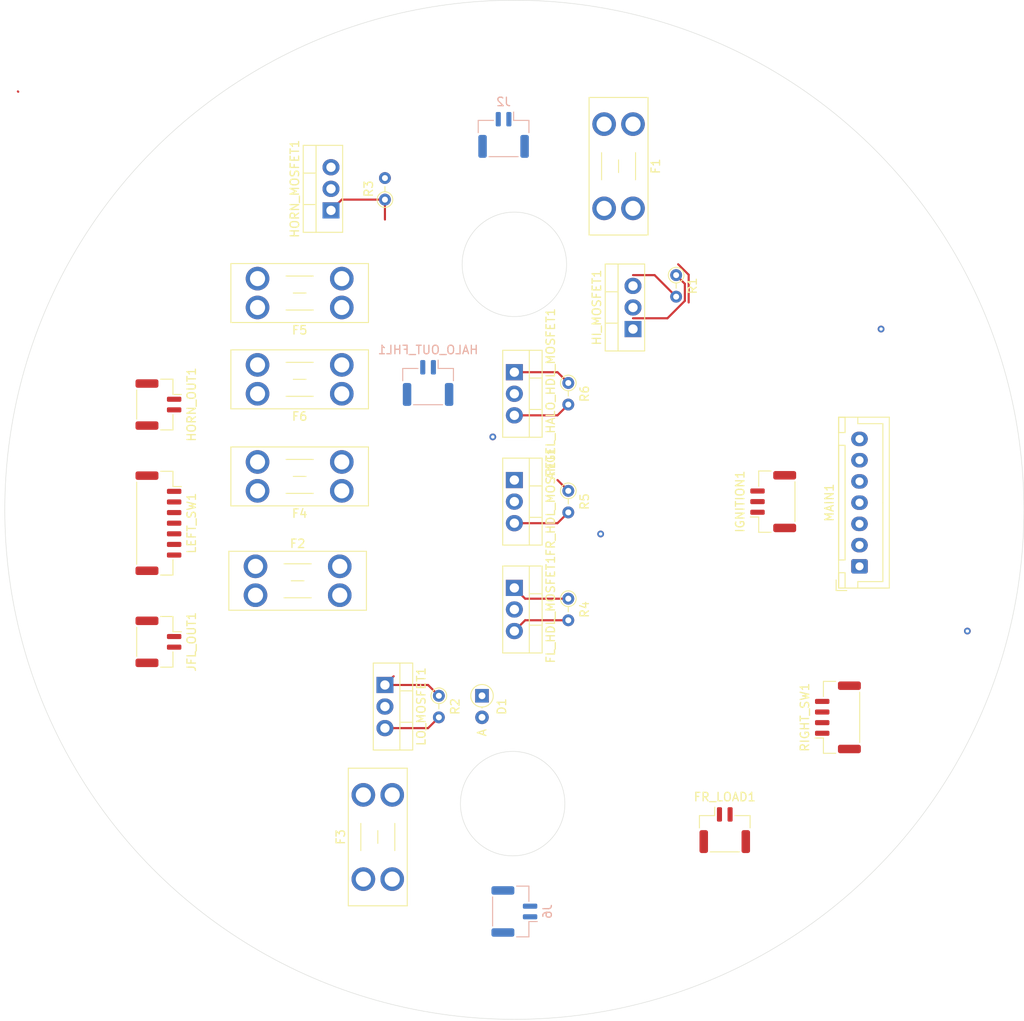
<source format=kicad_pcb>
(kicad_pcb (version 20171130) (host pcbnew "(5.1.10)-1")

  (general
    (thickness 1.6)
    (drawings 7)
    (tracks 33)
    (zones 0)
    (modules 29)
    (nets 26)
  )

  (page A4)
  (layers
    (0 F.Cu signal)
    (31 B.Cu signal)
    (32 B.Adhes user)
    (33 F.Adhes user)
    (34 B.Paste user)
    (35 F.Paste user)
    (36 B.SilkS user)
    (37 F.SilkS user)
    (38 B.Mask user)
    (39 F.Mask user)
    (40 Dwgs.User user)
    (41 Cmts.User user)
    (42 Eco1.User user)
    (43 Eco2.User user)
    (44 Edge.Cuts user)
    (45 Margin user)
    (46 B.CrtYd user)
    (47 F.CrtYd user)
    (48 B.Fab user)
    (49 F.Fab user)
  )

  (setup
    (last_trace_width 0.25)
    (trace_clearance 0.2)
    (zone_clearance 0.508)
    (zone_45_only no)
    (trace_min 0.2)
    (via_size 0.8)
    (via_drill 0.4)
    (via_min_size 0.4)
    (via_min_drill 0.3)
    (uvia_size 0.3)
    (uvia_drill 0.1)
    (uvias_allowed no)
    (uvia_min_size 0.2)
    (uvia_min_drill 0.1)
    (edge_width 0.05)
    (segment_width 0.2)
    (pcb_text_width 0.3)
    (pcb_text_size 1.5 1.5)
    (mod_edge_width 0.12)
    (mod_text_size 1 1)
    (mod_text_width 0.15)
    (pad_size 1.524 1.524)
    (pad_drill 0.762)
    (pad_to_mask_clearance 0)
    (aux_axis_origin 0 0)
    (visible_elements 7FFFFFFF)
    (pcbplotparams
      (layerselection 0x010fc_ffffffff)
      (usegerberextensions false)
      (usegerberattributes true)
      (usegerberadvancedattributes true)
      (creategerberjobfile true)
      (excludeedgelayer true)
      (linewidth 0.100000)
      (plotframeref false)
      (viasonmask false)
      (mode 1)
      (useauxorigin false)
      (hpglpennumber 1)
      (hpglpenspeed 20)
      (hpglpendiameter 15.000000)
      (psnegative false)
      (psa4output false)
      (plotreference true)
      (plotvalue true)
      (plotinvisibletext false)
      (padsonsilk false)
      (subtractmaskfromsilk false)
      (outputformat 1)
      (mirror false)
      (drillshape 1)
      (scaleselection 1)
      (outputdirectory ""))
  )

  (net 0 "")
  (net 1 "Net-(F2-Pad2)")
  (net 2 "Net-(FL_HDL_MOSFET1-Pad1)")
  (net 3 "Net-(F4-Pad2)")
  (net 4 "Net-(FR_HDL_MOSFET1-Pad1)")
  (net 5 "Net-(F1-Pad2)")
  (net 6 "Net-(F5-Pad2)")
  (net 7 "Net-(HORN_MOSFET1-Pad1)")
  (net 8 "Net-(J1-Pad2)")
  (net 9 "Net-(F5-Pad1)")
  (net 10 "Net-(F1-Pad1)")
  (net 11 "Net-(F3-Pad1)")
  (net 12 "Net-(F4-Pad1)")
  (net 13 "Net-(F2-Pad1)")
  (net 14 "Net-(F3-Pad2)")
  (net 15 "Net-(ANGEL_HALO_HDL_MOSFET1-Pad3)")
  (net 16 "Net-(ANGEL_HALO_HDL_MOSFET1-Pad2)")
  (net 17 "Net-(ANGEL_HALO_HDL_MOSFET1-Pad1)")
  (net 18 "Net-(F6-Pad1)")
  (net 19 "Net-(FR_LOAD1-Pad2)")
  (net 20 "Net-(IGNITION1-Pad1)")
  (net 21 "Net-(MAIN1-Pad1)")
  (net 22 "Net-(D1-Pad2)")
  (net 23 "Net-(D1-Pad1)")
  (net 24 "Net-(MAIN1-Pad2)")
  (net 25 "Net-(FR_LOAD1-Pad1)")

  (net_class Default "This is the default net class."
    (clearance 0.2)
    (trace_width 0.25)
    (via_dia 0.8)
    (via_drill 0.4)
    (uvia_dia 0.3)
    (uvia_drill 0.1)
    (add_net "Net-(ANGEL_HALO_HDL_MOSFET1-Pad1)")
    (add_net "Net-(ANGEL_HALO_HDL_MOSFET1-Pad2)")
    (add_net "Net-(ANGEL_HALO_HDL_MOSFET1-Pad3)")
    (add_net "Net-(D1-Pad1)")
    (add_net "Net-(D1-Pad2)")
    (add_net "Net-(F1-Pad1)")
    (add_net "Net-(F1-Pad2)")
    (add_net "Net-(F2-Pad1)")
    (add_net "Net-(F2-Pad2)")
    (add_net "Net-(F3-Pad1)")
    (add_net "Net-(F3-Pad2)")
    (add_net "Net-(F4-Pad1)")
    (add_net "Net-(F4-Pad2)")
    (add_net "Net-(F5-Pad1)")
    (add_net "Net-(F5-Pad2)")
    (add_net "Net-(F6-Pad1)")
    (add_net "Net-(FL_HDL_MOSFET1-Pad1)")
    (add_net "Net-(FR_HDL_MOSFET1-Pad1)")
    (add_net "Net-(FR_LOAD1-Pad1)")
    (add_net "Net-(FR_LOAD1-Pad2)")
    (add_net "Net-(HORN_MOSFET1-Pad1)")
    (add_net "Net-(IGNITION1-Pad1)")
    (add_net "Net-(J1-Pad2)")
    (add_net "Net-(MAIN1-Pad1)")
    (add_net "Net-(MAIN1-Pad2)")
  )

  (module Fuse:Fuseholder_Blade_Mini_Keystone_3568 (layer F.Cu) (tedit 5C39DE81) (tstamp 66A5E2BE)
    (at 130.81 66.04 180)
    (descr "fuse holder, car blade fuse mini, http://www.keyelco.com/product-pdf.cfm?p=306")
    (tags "car blade fuse mini")
    (path /66F05137)
    (fp_text reference F5 (at 4.96 -2.67) (layer F.SilkS)
      (effects (font (size 1 1) (thickness 0.15)))
    )
    (fp_text value HORN_FUSE (at 4.96 6.07) (layer F.Fab)
      (effects (font (size 1 1) (thickness 0.15)))
    )
    (fp_text user %R (at 4.96 1.7) (layer F.Fab)
      (effects (font (size 1 1) (thickness 0.15)))
    )
    (fp_line (start -3.04 -1.67) (end -3.04 5.07) (layer F.Fab) (width 0.1))
    (fp_line (start -3.04 5.07) (end 12.96 5.07) (layer F.Fab) (width 0.1))
    (fp_line (start 12.96 5.07) (end 12.96 -1.67) (layer F.Fab) (width 0.1))
    (fp_line (start 12.96 -1.67) (end -3.04 -1.67) (layer F.Fab) (width 0.1))
    (fp_line (start -3.14 -1.77) (end -3.14 5.17) (layer F.SilkS) (width 0.12))
    (fp_line (start -3.14 5.17) (end 13.06 5.17) (layer F.SilkS) (width 0.12))
    (fp_line (start 13.06 5.17) (end 13.06 -1.77) (layer F.SilkS) (width 0.12))
    (fp_line (start 13.06 -1.77) (end -3.14 -1.77) (layer F.SilkS) (width 0.12))
    (fp_line (start 4.21 1.7) (end 5.71 1.7) (layer F.SilkS) (width 0.12))
    (fp_line (start 6.56 3.7) (end 3.36 3.7) (layer F.SilkS) (width 0.12))
    (fp_line (start 3.36 -0.3) (end 6.56 -0.3) (layer F.SilkS) (width 0.12))
    (fp_line (start -3.29 -1.92) (end -3.29 5.32) (layer F.CrtYd) (width 0.05))
    (fp_line (start -3.29 5.32) (end 13.21 5.32) (layer F.CrtYd) (width 0.05))
    (fp_line (start 13.21 5.32) (end 13.21 -1.92) (layer F.CrtYd) (width 0.05))
    (fp_line (start 13.21 -1.92) (end -3.29 -1.92) (layer F.CrtYd) (width 0.05))
    (pad 2 thru_hole circle (at 9.92 3.4 180) (size 2.78 2.78) (drill 1.78) (layers *.Cu *.Mask)
      (net 6 "Net-(F5-Pad2)"))
    (pad 2 thru_hole circle (at 9.92 0 180) (size 2.78 2.78) (drill 1.78) (layers *.Cu *.Mask)
      (net 6 "Net-(F5-Pad2)"))
    (pad 1 thru_hole circle (at 0 3.4 180) (size 2.78 2.78) (drill 1.78) (layers *.Cu *.Mask)
      (net 9 "Net-(F5-Pad1)"))
    (pad 1 thru_hole circle (at 0 0 180) (size 2.78 2.78) (drill 1.78) (layers *.Cu *.Mask)
      (net 9 "Net-(F5-Pad1)"))
    (model ${KISYS3DMOD}/Fuse.3dshapes/Fuseholder_Blade_Mini_Keystone_3568.wrl
      (at (xyz 0 0 0))
      (scale (xyz 1 1 1))
      (rotate (xyz 0 0 0))
    )
  )

  (module Fuse:Fuseholder_Blade_Mini_Keystone_3568 (layer F.Cu) (tedit 5C39DE81) (tstamp 66A5E2A6)
    (at 130.81 87.63 180)
    (descr "fuse holder, car blade fuse mini, http://www.keyelco.com/product-pdf.cfm?p=306")
    (tags "car blade fuse mini")
    (path /6707049C)
    (fp_text reference F4 (at 4.96 -2.67) (layer F.SilkS)
      (effects (font (size 1 1) (thickness 0.15)))
    )
    (fp_text value FR_HDL_FUSE (at 4.96 6.07) (layer F.Fab)
      (effects (font (size 1 1) (thickness 0.15)))
    )
    (fp_text user %R (at 4.96 1.7) (layer F.Fab)
      (effects (font (size 1 1) (thickness 0.15)))
    )
    (fp_line (start -3.04 -1.67) (end -3.04 5.07) (layer F.Fab) (width 0.1))
    (fp_line (start -3.04 5.07) (end 12.96 5.07) (layer F.Fab) (width 0.1))
    (fp_line (start 12.96 5.07) (end 12.96 -1.67) (layer F.Fab) (width 0.1))
    (fp_line (start 12.96 -1.67) (end -3.04 -1.67) (layer F.Fab) (width 0.1))
    (fp_line (start -3.14 -1.77) (end -3.14 5.17) (layer F.SilkS) (width 0.12))
    (fp_line (start -3.14 5.17) (end 13.06 5.17) (layer F.SilkS) (width 0.12))
    (fp_line (start 13.06 5.17) (end 13.06 -1.77) (layer F.SilkS) (width 0.12))
    (fp_line (start 13.06 -1.77) (end -3.14 -1.77) (layer F.SilkS) (width 0.12))
    (fp_line (start 4.21 1.7) (end 5.71 1.7) (layer F.SilkS) (width 0.12))
    (fp_line (start 6.56 3.7) (end 3.36 3.7) (layer F.SilkS) (width 0.12))
    (fp_line (start 3.36 -0.3) (end 6.56 -0.3) (layer F.SilkS) (width 0.12))
    (fp_line (start -3.29 -1.92) (end -3.29 5.32) (layer F.CrtYd) (width 0.05))
    (fp_line (start -3.29 5.32) (end 13.21 5.32) (layer F.CrtYd) (width 0.05))
    (fp_line (start 13.21 5.32) (end 13.21 -1.92) (layer F.CrtYd) (width 0.05))
    (fp_line (start 13.21 -1.92) (end -3.29 -1.92) (layer F.CrtYd) (width 0.05))
    (pad 2 thru_hole circle (at 9.92 3.4 180) (size 2.78 2.78) (drill 1.78) (layers *.Cu *.Mask)
      (net 3 "Net-(F4-Pad2)"))
    (pad 2 thru_hole circle (at 9.92 0 180) (size 2.78 2.78) (drill 1.78) (layers *.Cu *.Mask)
      (net 3 "Net-(F4-Pad2)"))
    (pad 1 thru_hole circle (at 0 3.4 180) (size 2.78 2.78) (drill 1.78) (layers *.Cu *.Mask)
      (net 12 "Net-(F4-Pad1)"))
    (pad 1 thru_hole circle (at 0 0 180) (size 2.78 2.78) (drill 1.78) (layers *.Cu *.Mask)
      (net 12 "Net-(F4-Pad1)"))
    (model ${KISYS3DMOD}/Fuse.3dshapes/Fuseholder_Blade_Mini_Keystone_3568.wrl
      (at (xyz 0 0 0))
      (scale (xyz 1 1 1))
      (rotate (xyz 0 0 0))
    )
  )

  (module Fuse:Fuseholder_Blade_Mini_Keystone_3568 (layer F.Cu) (tedit 5C39DE81) (tstamp 66A5E28E)
    (at 133.35 133.35 90)
    (descr "fuse holder, car blade fuse mini, http://www.keyelco.com/product-pdf.cfm?p=306")
    (tags "car blade fuse mini")
    (path /66A68DB3)
    (fp_text reference F3 (at 4.96 -2.67 90) (layer F.SilkS)
      (effects (font (size 1 1) (thickness 0.15)))
    )
    (fp_text value LO_FUSE (at 4.96 6.07 90) (layer F.Fab)
      (effects (font (size 1 1) (thickness 0.15)))
    )
    (fp_text user %R (at 4.96 1.7 90) (layer F.Fab)
      (effects (font (size 1 1) (thickness 0.15)))
    )
    (fp_line (start -3.04 -1.67) (end -3.04 5.07) (layer F.Fab) (width 0.1))
    (fp_line (start -3.04 5.07) (end 12.96 5.07) (layer F.Fab) (width 0.1))
    (fp_line (start 12.96 5.07) (end 12.96 -1.67) (layer F.Fab) (width 0.1))
    (fp_line (start 12.96 -1.67) (end -3.04 -1.67) (layer F.Fab) (width 0.1))
    (fp_line (start -3.14 -1.77) (end -3.14 5.17) (layer F.SilkS) (width 0.12))
    (fp_line (start -3.14 5.17) (end 13.06 5.17) (layer F.SilkS) (width 0.12))
    (fp_line (start 13.06 5.17) (end 13.06 -1.77) (layer F.SilkS) (width 0.12))
    (fp_line (start 13.06 -1.77) (end -3.14 -1.77) (layer F.SilkS) (width 0.12))
    (fp_line (start 4.21 1.7) (end 5.71 1.7) (layer F.SilkS) (width 0.12))
    (fp_line (start 6.56 3.7) (end 3.36 3.7) (layer F.SilkS) (width 0.12))
    (fp_line (start 3.36 -0.3) (end 6.56 -0.3) (layer F.SilkS) (width 0.12))
    (fp_line (start -3.29 -1.92) (end -3.29 5.32) (layer F.CrtYd) (width 0.05))
    (fp_line (start -3.29 5.32) (end 13.21 5.32) (layer F.CrtYd) (width 0.05))
    (fp_line (start 13.21 5.32) (end 13.21 -1.92) (layer F.CrtYd) (width 0.05))
    (fp_line (start 13.21 -1.92) (end -3.29 -1.92) (layer F.CrtYd) (width 0.05))
    (pad 2 thru_hole circle (at 9.92 3.4 90) (size 2.78 2.78) (drill 1.78) (layers *.Cu *.Mask)
      (net 14 "Net-(F3-Pad2)"))
    (pad 2 thru_hole circle (at 9.92 0 90) (size 2.78 2.78) (drill 1.78) (layers *.Cu *.Mask)
      (net 14 "Net-(F3-Pad2)"))
    (pad 1 thru_hole circle (at 0 3.4 90) (size 2.78 2.78) (drill 1.78) (layers *.Cu *.Mask)
      (net 11 "Net-(F3-Pad1)"))
    (pad 1 thru_hole circle (at 0 0 90) (size 2.78 2.78) (drill 1.78) (layers *.Cu *.Mask)
      (net 11 "Net-(F3-Pad1)"))
    (model ${KISYS3DMOD}/Fuse.3dshapes/Fuseholder_Blade_Mini_Keystone_3568.wrl
      (at (xyz 0 0 0))
      (scale (xyz 1 1 1))
      (rotate (xyz 0 0 0))
    )
  )

  (module Fuse:Fuseholder_Blade_Mini_Keystone_3568 (layer F.Cu) (tedit 5C39DE81) (tstamp 66A5E276)
    (at 120.65 96.52)
    (descr "fuse holder, car blade fuse mini, http://www.keyelco.com/product-pdf.cfm?p=306")
    (tags "car blade fuse mini")
    (path /670704A3)
    (fp_text reference F2 (at 4.96 -2.67) (layer F.SilkS)
      (effects (font (size 1 1) (thickness 0.15)))
    )
    (fp_text value FL_HDL_FUSE (at 4.96 6.07) (layer F.Fab)
      (effects (font (size 1 1) (thickness 0.15)))
    )
    (fp_text user %R (at 4.96 1.7) (layer F.Fab)
      (effects (font (size 1 1) (thickness 0.15)))
    )
    (fp_line (start -3.04 -1.67) (end -3.04 5.07) (layer F.Fab) (width 0.1))
    (fp_line (start -3.04 5.07) (end 12.96 5.07) (layer F.Fab) (width 0.1))
    (fp_line (start 12.96 5.07) (end 12.96 -1.67) (layer F.Fab) (width 0.1))
    (fp_line (start 12.96 -1.67) (end -3.04 -1.67) (layer F.Fab) (width 0.1))
    (fp_line (start -3.14 -1.77) (end -3.14 5.17) (layer F.SilkS) (width 0.12))
    (fp_line (start -3.14 5.17) (end 13.06 5.17) (layer F.SilkS) (width 0.12))
    (fp_line (start 13.06 5.17) (end 13.06 -1.77) (layer F.SilkS) (width 0.12))
    (fp_line (start 13.06 -1.77) (end -3.14 -1.77) (layer F.SilkS) (width 0.12))
    (fp_line (start 4.21 1.7) (end 5.71 1.7) (layer F.SilkS) (width 0.12))
    (fp_line (start 6.56 3.7) (end 3.36 3.7) (layer F.SilkS) (width 0.12))
    (fp_line (start 3.36 -0.3) (end 6.56 -0.3) (layer F.SilkS) (width 0.12))
    (fp_line (start -3.29 -1.92) (end -3.29 5.32) (layer F.CrtYd) (width 0.05))
    (fp_line (start -3.29 5.32) (end 13.21 5.32) (layer F.CrtYd) (width 0.05))
    (fp_line (start 13.21 5.32) (end 13.21 -1.92) (layer F.CrtYd) (width 0.05))
    (fp_line (start 13.21 -1.92) (end -3.29 -1.92) (layer F.CrtYd) (width 0.05))
    (pad 2 thru_hole circle (at 9.92 3.4) (size 2.78 2.78) (drill 1.78) (layers *.Cu *.Mask)
      (net 1 "Net-(F2-Pad2)"))
    (pad 2 thru_hole circle (at 9.92 0) (size 2.78 2.78) (drill 1.78) (layers *.Cu *.Mask)
      (net 1 "Net-(F2-Pad2)"))
    (pad 1 thru_hole circle (at 0 3.4) (size 2.78 2.78) (drill 1.78) (layers *.Cu *.Mask)
      (net 13 "Net-(F2-Pad1)"))
    (pad 1 thru_hole circle (at 0 0) (size 2.78 2.78) (drill 1.78) (layers *.Cu *.Mask)
      (net 13 "Net-(F2-Pad1)"))
    (model ${KISYS3DMOD}/Fuse.3dshapes/Fuseholder_Blade_Mini_Keystone_3568.wrl
      (at (xyz 0 0 0))
      (scale (xyz 1 1 1))
      (rotate (xyz 0 0 0))
    )
  )

  (module Fuse:Fuseholder_Blade_Mini_Keystone_3568 (layer F.Cu) (tedit 5C39DE81) (tstamp 66C92313)
    (at 165.1 44.45 270)
    (descr "fuse holder, car blade fuse mini, http://www.keyelco.com/product-pdf.cfm?p=306")
    (tags "car blade fuse mini")
    (path /66A4FD3E)
    (fp_text reference F1 (at 4.96 -2.67 90) (layer F.SilkS)
      (effects (font (size 1 1) (thickness 0.15)))
    )
    (fp_text value HI_FUSE (at 4.96 6.07 90) (layer F.Fab)
      (effects (font (size 1 1) (thickness 0.15)))
    )
    (fp_text user %R (at 5.08 2.54 90) (layer F.Fab)
      (effects (font (size 1 1) (thickness 0.15)))
    )
    (fp_line (start -3.04 -1.67) (end -3.04 5.07) (layer F.Fab) (width 0.1))
    (fp_line (start -3.04 5.07) (end 12.96 5.07) (layer F.Fab) (width 0.1))
    (fp_line (start 12.96 5.07) (end 12.96 -1.67) (layer F.Fab) (width 0.1))
    (fp_line (start 12.96 -1.67) (end -3.04 -1.67) (layer F.Fab) (width 0.1))
    (fp_line (start -3.14 -1.77) (end -3.14 5.17) (layer F.SilkS) (width 0.12))
    (fp_line (start -3.14 5.17) (end 13.06 5.17) (layer F.SilkS) (width 0.12))
    (fp_line (start 13.06 5.17) (end 13.06 -1.77) (layer F.SilkS) (width 0.12))
    (fp_line (start 13.06 -1.77) (end -3.14 -1.77) (layer F.SilkS) (width 0.12))
    (fp_line (start 4.21 1.7) (end 5.71 1.7) (layer F.SilkS) (width 0.12))
    (fp_line (start 6.56 3.7) (end 3.36 3.7) (layer F.SilkS) (width 0.12))
    (fp_line (start 3.36 -0.3) (end 6.56 -0.3) (layer F.SilkS) (width 0.12))
    (fp_line (start -3.29 -1.92) (end -3.29 5.32) (layer F.CrtYd) (width 0.05))
    (fp_line (start -3.29 5.32) (end 13.21 5.32) (layer F.CrtYd) (width 0.05))
    (fp_line (start 13.21 5.32) (end 13.21 -1.92) (layer F.CrtYd) (width 0.05))
    (fp_line (start 13.21 -1.92) (end -3.29 -1.92) (layer F.CrtYd) (width 0.05))
    (pad 2 thru_hole circle (at 9.92 3.4 270) (size 2.78 2.78) (drill 1.78) (layers *.Cu *.Mask)
      (net 5 "Net-(F1-Pad2)"))
    (pad 2 thru_hole circle (at 9.92 0 270) (size 2.78 2.78) (drill 1.78) (layers *.Cu *.Mask)
      (net 5 "Net-(F1-Pad2)"))
    (pad 1 thru_hole circle (at 0 3.4 270) (size 2.78 2.78) (drill 1.78) (layers *.Cu *.Mask)
      (net 10 "Net-(F1-Pad1)"))
    (pad 1 thru_hole circle (at 0 0 270) (size 2.78 2.78) (drill 1.78) (layers *.Cu *.Mask)
      (net 10 "Net-(F1-Pad1)"))
    (model ${KISYS3DMOD}/Fuse.3dshapes/Fuseholder_Blade_Mini_Keystone_3568.wrl
      (at (xyz 0 0 0))
      (scale (xyz 1 1 1))
      (rotate (xyz 0 0 0))
    )
  )

  (module Fuse:Fuseholder_Blade_Mini_Keystone_3568 (layer F.Cu) (tedit 5C39DE81) (tstamp 66BCEDCB)
    (at 130.81 76.2 180)
    (descr "fuse holder, car blade fuse mini, http://www.keyelco.com/product-pdf.cfm?p=306")
    (tags "car blade fuse mini")
    (path /66C44C79)
    (fp_text reference F6 (at 4.96 -2.67) (layer F.SilkS)
      (effects (font (size 1 1) (thickness 0.15)))
    )
    (fp_text value ANGEL_HDL_FUSE (at 4.96 6.07) (layer F.Fab)
      (effects (font (size 1 1) (thickness 0.15)))
    )
    (fp_text user %R (at 5.08 1.7) (layer F.Fab)
      (effects (font (size 1 1) (thickness 0.15)))
    )
    (fp_line (start -3.04 -1.67) (end -3.04 5.07) (layer F.Fab) (width 0.1))
    (fp_line (start -3.04 5.07) (end 12.96 5.07) (layer F.Fab) (width 0.1))
    (fp_line (start 12.96 5.07) (end 12.96 -1.67) (layer F.Fab) (width 0.1))
    (fp_line (start 12.96 -1.67) (end -3.04 -1.67) (layer F.Fab) (width 0.1))
    (fp_line (start -3.14 -1.77) (end -3.14 5.17) (layer F.SilkS) (width 0.12))
    (fp_line (start -3.14 5.17) (end 13.06 5.17) (layer F.SilkS) (width 0.12))
    (fp_line (start 13.06 5.17) (end 13.06 -1.77) (layer F.SilkS) (width 0.12))
    (fp_line (start 13.06 -1.77) (end -3.14 -1.77) (layer F.SilkS) (width 0.12))
    (fp_line (start 4.21 1.7) (end 5.71 1.7) (layer F.SilkS) (width 0.12))
    (fp_line (start 6.56 3.7) (end 3.36 3.7) (layer F.SilkS) (width 0.12))
    (fp_line (start 3.36 -0.3) (end 6.56 -0.3) (layer F.SilkS) (width 0.12))
    (fp_line (start -3.29 -1.92) (end -3.29 5.32) (layer F.CrtYd) (width 0.05))
    (fp_line (start -3.29 5.32) (end 13.21 5.32) (layer F.CrtYd) (width 0.05))
    (fp_line (start 13.21 5.32) (end 13.21 -1.92) (layer F.CrtYd) (width 0.05))
    (fp_line (start 13.21 -1.92) (end -3.29 -1.92) (layer F.CrtYd) (width 0.05))
    (pad 2 thru_hole circle (at 9.92 3.4 180) (size 2.78 2.78) (drill 1.78) (layers *.Cu *.Mask)
      (net 16 "Net-(ANGEL_HALO_HDL_MOSFET1-Pad2)"))
    (pad 2 thru_hole circle (at 9.92 0 180) (size 2.78 2.78) (drill 1.78) (layers *.Cu *.Mask)
      (net 16 "Net-(ANGEL_HALO_HDL_MOSFET1-Pad2)"))
    (pad 1 thru_hole circle (at 0 3.4 180) (size 2.78 2.78) (drill 1.78) (layers *.Cu *.Mask)
      (net 18 "Net-(F6-Pad1)"))
    (pad 1 thru_hole circle (at 0 0 180) (size 2.78 2.78) (drill 1.78) (layers *.Cu *.Mask)
      (net 18 "Net-(F6-Pad1)"))
    (model ${KISYS3DMOD}/Fuse.3dshapes/Fuseholder_Blade_Mini_Keystone_3568.wrl
      (at (xyz 0 0 0))
      (scale (xyz 1 1 1))
      (rotate (xyz 0 0 0))
    )
  )

  (module Connector_JST:JST_GH_SM04B-GHS-TB_1x04-1MP_P1.25mm_Horizontal (layer F.Cu) (tedit 5B78AD87) (tstamp 66A72FAE)
    (at 189.23 114.3 90)
    (descr "JST GH series connector, SM04B-GHS-TB (http://www.jst-mfg.com/product/pdf/eng/eGH.pdf), generated with kicad-footprint-generator")
    (tags "connector JST GH top entry")
    (path /66A61232)
    (attr smd)
    (fp_text reference RIGHT_SW1 (at 0 -3.9 90) (layer F.SilkS)
      (effects (font (size 1 1) (thickness 0.15)))
    )
    (fp_text value J3 (at 0 3.9 90) (layer F.Fab)
      (effects (font (size 1 1) (thickness 0.15)))
    )
    (fp_text user %R (at 0 0 90) (layer F.Fab)
      (effects (font (size 1 1) (thickness 0.15)))
    )
    (fp_line (start -4.125 -1.6) (end 4.125 -1.6) (layer F.Fab) (width 0.1))
    (fp_line (start -4.235 -0.26) (end -4.235 -1.71) (layer F.SilkS) (width 0.12))
    (fp_line (start -4.235 -1.71) (end -2.435 -1.71) (layer F.SilkS) (width 0.12))
    (fp_line (start -2.435 -1.71) (end -2.435 -2.7) (layer F.SilkS) (width 0.12))
    (fp_line (start 4.235 -0.26) (end 4.235 -1.71) (layer F.SilkS) (width 0.12))
    (fp_line (start 4.235 -1.71) (end 2.435 -1.71) (layer F.SilkS) (width 0.12))
    (fp_line (start -2.965 2.56) (end 2.965 2.56) (layer F.SilkS) (width 0.12))
    (fp_line (start -4.125 2.45) (end 4.125 2.45) (layer F.Fab) (width 0.1))
    (fp_line (start -4.125 -1.6) (end -4.125 2.45) (layer F.Fab) (width 0.1))
    (fp_line (start 4.125 -1.6) (end 4.125 2.45) (layer F.Fab) (width 0.1))
    (fp_line (start -4.72 -3.2) (end -4.72 3.2) (layer F.CrtYd) (width 0.05))
    (fp_line (start -4.72 3.2) (end 4.72 3.2) (layer F.CrtYd) (width 0.05))
    (fp_line (start 4.72 3.2) (end 4.72 -3.2) (layer F.CrtYd) (width 0.05))
    (fp_line (start 4.72 -3.2) (end -4.72 -3.2) (layer F.CrtYd) (width 0.05))
    (fp_line (start -2.375 -1.6) (end -1.875 -0.892893) (layer F.Fab) (width 0.1))
    (fp_line (start -1.875 -0.892893) (end -1.375 -1.6) (layer F.Fab) (width 0.1))
    (pad MP smd roundrect (at 3.725 1.35 90) (size 1 2.7) (layers F.Cu F.Paste F.Mask) (roundrect_rratio 0.25))
    (pad MP smd roundrect (at -3.725 1.35 90) (size 1 2.7) (layers F.Cu F.Paste F.Mask) (roundrect_rratio 0.25))
    (pad 4 smd roundrect (at 1.875 -1.85 90) (size 0.6 1.7) (layers F.Cu F.Paste F.Mask) (roundrect_rratio 0.25)
      (net 15 "Net-(ANGEL_HALO_HDL_MOSFET1-Pad3)"))
    (pad 3 smd roundrect (at 0.625 -1.85 90) (size 0.6 1.7) (layers F.Cu F.Paste F.Mask) (roundrect_rratio 0.25)
      (net 25 "Net-(FR_LOAD1-Pad1)"))
    (pad 2 smd roundrect (at -0.625 -1.85 90) (size 0.6 1.7) (layers F.Cu F.Paste F.Mask) (roundrect_rratio 0.25)
      (net 21 "Net-(MAIN1-Pad1)"))
    (pad 1 smd roundrect (at -1.875 -1.85 90) (size 0.6 1.7) (layers F.Cu F.Paste F.Mask) (roundrect_rratio 0.25)
      (net 24 "Net-(MAIN1-Pad2)"))
    (model ${KISYS3DMOD}/Connector_JST.3dshapes/JST_GH_SM04B-GHS-TB_1x04-1MP_P1.25mm_Horizontal.wrl
      (at (xyz 0 0 0))
      (scale (xyz 1 1 1))
      (rotate (xyz 0 0 0))
    )
  )

  (module Connector_JST:JST_GH_SM07B-GHS-TB_1x07-1MP_P1.25mm_Horizontal (layer F.Cu) (tedit 5B78AD87) (tstamp 66BD62AD)
    (at 109.22 91.44 270)
    (descr "JST GH series connector, SM07B-GHS-TB (http://www.jst-mfg.com/product/pdf/eng/eGH.pdf), generated with kicad-footprint-generator")
    (tags "connector JST GH top entry")
    (path /66AC9141)
    (attr smd)
    (fp_text reference LEFT_SW1 (at 0 -3.9 90) (layer F.SilkS)
      (effects (font (size 1 1) (thickness 0.15)))
    )
    (fp_text value J5 (at 0 3.9 90) (layer F.Fab)
      (effects (font (size 1 1) (thickness 0.15)))
    )
    (fp_text user %R (at 0 0 90) (layer F.Fab)
      (effects (font (size 1 1) (thickness 0.15)))
    )
    (fp_line (start -6 -1.6) (end 6 -1.6) (layer F.Fab) (width 0.1))
    (fp_line (start -6.11 -0.26) (end -6.11 -1.71) (layer F.SilkS) (width 0.12))
    (fp_line (start -6.11 -1.71) (end -4.31 -1.71) (layer F.SilkS) (width 0.12))
    (fp_line (start -4.31 -1.71) (end -4.31 -2.7) (layer F.SilkS) (width 0.12))
    (fp_line (start 6.11 -0.26) (end 6.11 -1.71) (layer F.SilkS) (width 0.12))
    (fp_line (start 6.11 -1.71) (end 4.31 -1.71) (layer F.SilkS) (width 0.12))
    (fp_line (start -4.84 2.56) (end 4.84 2.56) (layer F.SilkS) (width 0.12))
    (fp_line (start -6 2.45) (end 6 2.45) (layer F.Fab) (width 0.1))
    (fp_line (start -6 -1.6) (end -6 2.45) (layer F.Fab) (width 0.1))
    (fp_line (start 6 -1.6) (end 6 2.45) (layer F.Fab) (width 0.1))
    (fp_line (start -6.6 -3.2) (end -6.6 3.2) (layer F.CrtYd) (width 0.05))
    (fp_line (start -6.6 3.2) (end 6.6 3.2) (layer F.CrtYd) (width 0.05))
    (fp_line (start 6.6 3.2) (end 6.6 -3.2) (layer F.CrtYd) (width 0.05))
    (fp_line (start 6.6 -3.2) (end -6.6 -3.2) (layer F.CrtYd) (width 0.05))
    (fp_line (start -4.25 -1.6) (end -3.75 -0.892893) (layer F.Fab) (width 0.1))
    (fp_line (start -3.75 -0.892893) (end -3.25 -1.6) (layer F.Fab) (width 0.1))
    (pad MP smd roundrect (at 5.6 1.35 270) (size 1 2.7) (layers F.Cu F.Paste F.Mask) (roundrect_rratio 0.25))
    (pad MP smd roundrect (at -5.6 1.35 270) (size 1 2.7) (layers F.Cu F.Paste F.Mask) (roundrect_rratio 0.25))
    (pad 7 smd roundrect (at 3.75 -1.85 270) (size 0.6 1.7) (layers F.Cu F.Paste F.Mask) (roundrect_rratio 0.25)
      (net 4 "Net-(FR_HDL_MOSFET1-Pad1)"))
    (pad 6 smd roundrect (at 2.5 -1.85 270) (size 0.6 1.7) (layers F.Cu F.Paste F.Mask) (roundrect_rratio 0.25)
      (net 2 "Net-(FL_HDL_MOSFET1-Pad1)"))
    (pad 5 smd roundrect (at 1.25 -1.85 270) (size 0.6 1.7) (layers F.Cu F.Paste F.Mask) (roundrect_rratio 0.25)
      (net 7 "Net-(HORN_MOSFET1-Pad1)"))
    (pad 4 smd roundrect (at 0 -1.85 270) (size 0.6 1.7) (layers F.Cu F.Paste F.Mask) (roundrect_rratio 0.25)
      (net 22 "Net-(D1-Pad2)"))
    (pad 3 smd roundrect (at -1.25 -1.85 270) (size 0.6 1.7) (layers F.Cu F.Paste F.Mask) (roundrect_rratio 0.25)
      (net 23 "Net-(D1-Pad1)"))
    (pad 2 smd roundrect (at -2.5 -1.85 270) (size 0.6 1.7) (layers F.Cu F.Paste F.Mask) (roundrect_rratio 0.25)
      (net 15 "Net-(ANGEL_HALO_HDL_MOSFET1-Pad3)"))
    (pad 1 smd roundrect (at -3.75 -1.85 270) (size 0.6 1.7) (layers F.Cu F.Paste F.Mask) (roundrect_rratio 0.25)
      (net 25 "Net-(FR_LOAD1-Pad1)"))
    (model ${KISYS3DMOD}/Connector_JST.3dshapes/JST_GH_SM07B-GHS-TB_1x07-1MP_P1.25mm_Horizontal.wrl
      (at (xyz 0 0 0))
      (scale (xyz 1 1 1))
      (rotate (xyz 0 0 0))
    )
  )

  (module Connector_JST:JST_GH_SM03B-GHS-TB_1x03-1MP_P1.25mm_Horizontal (layer F.Cu) (tedit 5B78AD87) (tstamp 66A73B4B)
    (at 181.61 88.9 90)
    (descr "JST GH series connector, SM03B-GHS-TB (http://www.jst-mfg.com/product/pdf/eng/eGH.pdf), generated with kicad-footprint-generator")
    (tags "connector JST GH top entry")
    (path /66AA9E89)
    (attr smd)
    (fp_text reference IGNITION1 (at 0 -3.9 90) (layer F.SilkS)
      (effects (font (size 1 1) (thickness 0.15)))
    )
    (fp_text value J4 (at 0 3.9 90) (layer F.Fab)
      (effects (font (size 1 1) (thickness 0.15)))
    )
    (fp_text user %R (at 0 0 90) (layer F.Fab)
      (effects (font (size 1 1) (thickness 0.15)))
    )
    (fp_line (start -3.5 -1.6) (end 3.5 -1.6) (layer F.Fab) (width 0.1))
    (fp_line (start -3.61 -0.26) (end -3.61 -1.71) (layer F.SilkS) (width 0.12))
    (fp_line (start -3.61 -1.71) (end -1.81 -1.71) (layer F.SilkS) (width 0.12))
    (fp_line (start -1.81 -1.71) (end -1.81 -2.7) (layer F.SilkS) (width 0.12))
    (fp_line (start 3.61 -0.26) (end 3.61 -1.71) (layer F.SilkS) (width 0.12))
    (fp_line (start 3.61 -1.71) (end 1.81 -1.71) (layer F.SilkS) (width 0.12))
    (fp_line (start -2.34 2.56) (end 2.34 2.56) (layer F.SilkS) (width 0.12))
    (fp_line (start -3.5 2.45) (end 3.5 2.45) (layer F.Fab) (width 0.1))
    (fp_line (start -3.5 -1.6) (end -3.5 2.45) (layer F.Fab) (width 0.1))
    (fp_line (start 3.5 -1.6) (end 3.5 2.45) (layer F.Fab) (width 0.1))
    (fp_line (start -4.1 -3.2) (end -4.1 3.2) (layer F.CrtYd) (width 0.05))
    (fp_line (start -4.1 3.2) (end 4.1 3.2) (layer F.CrtYd) (width 0.05))
    (fp_line (start 4.1 3.2) (end 4.1 -3.2) (layer F.CrtYd) (width 0.05))
    (fp_line (start 4.1 -3.2) (end -4.1 -3.2) (layer F.CrtYd) (width 0.05))
    (fp_line (start -1.75 -1.6) (end -1.25 -0.892893) (layer F.Fab) (width 0.1))
    (fp_line (start -1.25 -0.892893) (end -0.75 -1.6) (layer F.Fab) (width 0.1))
    (pad MP smd roundrect (at 3.1 1.35 90) (size 1 2.7) (layers F.Cu F.Paste F.Mask) (roundrect_rratio 0.25))
    (pad MP smd roundrect (at -3.1 1.35 90) (size 1 2.7) (layers F.Cu F.Paste F.Mask) (roundrect_rratio 0.25))
    (pad 3 smd roundrect (at 1.25 -1.85 90) (size 0.6 1.7) (layers F.Cu F.Paste F.Mask) (roundrect_rratio 0.25)
      (net 15 "Net-(ANGEL_HALO_HDL_MOSFET1-Pad3)"))
    (pad 2 smd roundrect (at 0 -1.85 90) (size 0.6 1.7) (layers F.Cu F.Paste F.Mask) (roundrect_rratio 0.25)
      (net 25 "Net-(FR_LOAD1-Pad1)"))
    (pad 1 smd roundrect (at -1.25 -1.85 90) (size 0.6 1.7) (layers F.Cu F.Paste F.Mask) (roundrect_rratio 0.25)
      (net 20 "Net-(IGNITION1-Pad1)"))
    (model ${KISYS3DMOD}/Connector_JST.3dshapes/JST_GH_SM03B-GHS-TB_1x03-1MP_P1.25mm_Horizontal.wrl
      (at (xyz 0 0 0))
      (scale (xyz 1 1 1))
      (rotate (xyz 0 0 0))
    )
  )

  (module Connector_JST:JST_GH_SM02B-GHS-TB_1x02-1MP_P1.25mm_Horizontal (layer F.Cu) (tedit 5B78AD87) (tstamp 66BD61EF)
    (at 109.22 105.41 270)
    (descr "JST GH series connector, SM02B-GHS-TB (http://www.jst-mfg.com/product/pdf/eng/eGH.pdf), generated with kicad-footprint-generator")
    (tags "connector JST GH top entry")
    (path /670704A9)
    (attr smd)
    (fp_text reference JFL_OUT1 (at 0 -3.9 90) (layer F.SilkS)
      (effects (font (size 1 1) (thickness 0.15)))
    )
    (fp_text value J9 (at 0 3.9 90) (layer F.Fab)
      (effects (font (size 1 1) (thickness 0.15)))
    )
    (fp_text user %R (at 0 0 90) (layer F.Fab)
      (effects (font (size 1 1) (thickness 0.15)))
    )
    (fp_line (start -2.875 -1.6) (end 2.875 -1.6) (layer F.Fab) (width 0.1))
    (fp_line (start -2.985 -0.26) (end -2.985 -1.71) (layer F.SilkS) (width 0.12))
    (fp_line (start -2.985 -1.71) (end -1.185 -1.71) (layer F.SilkS) (width 0.12))
    (fp_line (start -1.185 -1.71) (end -1.185 -2.7) (layer F.SilkS) (width 0.12))
    (fp_line (start 2.985 -0.26) (end 2.985 -1.71) (layer F.SilkS) (width 0.12))
    (fp_line (start 2.985 -1.71) (end 1.185 -1.71) (layer F.SilkS) (width 0.12))
    (fp_line (start -1.715 2.56) (end 1.715 2.56) (layer F.SilkS) (width 0.12))
    (fp_line (start -2.875 2.45) (end 2.875 2.45) (layer F.Fab) (width 0.1))
    (fp_line (start -2.875 -1.6) (end -2.875 2.45) (layer F.Fab) (width 0.1))
    (fp_line (start 2.875 -1.6) (end 2.875 2.45) (layer F.Fab) (width 0.1))
    (fp_line (start -3.48 -3.2) (end -3.48 3.2) (layer F.CrtYd) (width 0.05))
    (fp_line (start -3.48 3.2) (end 3.48 3.2) (layer F.CrtYd) (width 0.05))
    (fp_line (start 3.48 3.2) (end 3.48 -3.2) (layer F.CrtYd) (width 0.05))
    (fp_line (start 3.48 -3.2) (end -3.48 -3.2) (layer F.CrtYd) (width 0.05))
    (fp_line (start -1.125 -1.6) (end -0.625 -0.892893) (layer F.Fab) (width 0.1))
    (fp_line (start -0.625 -0.892893) (end -0.125 -1.6) (layer F.Fab) (width 0.1))
    (pad MP smd roundrect (at 2.475 1.35 270) (size 1 2.7) (layers F.Cu F.Paste F.Mask) (roundrect_rratio 0.25))
    (pad MP smd roundrect (at -2.475 1.35 270) (size 1 2.7) (layers F.Cu F.Paste F.Mask) (roundrect_rratio 0.25))
    (pad 2 smd roundrect (at 0.625 -1.85 270) (size 0.6 1.7) (layers F.Cu F.Paste F.Mask) (roundrect_rratio 0.25)
      (net 25 "Net-(FR_LOAD1-Pad1)"))
    (pad 1 smd roundrect (at -0.625 -1.85 270) (size 0.6 1.7) (layers F.Cu F.Paste F.Mask) (roundrect_rratio 0.25)
      (net 13 "Net-(F2-Pad1)"))
    (model ${KISYS3DMOD}/Connector_JST.3dshapes/JST_GH_SM02B-GHS-TB_1x02-1MP_P1.25mm_Horizontal.wrl
      (at (xyz 0 0 0))
      (scale (xyz 1 1 1))
      (rotate (xyz 0 0 0))
    )
  )

  (module Connector_JST:JST_GH_SM02B-GHS-TB_1x02-1MP_P1.25mm_Horizontal (layer B.Cu) (tedit 5B78AD87) (tstamp 66BD6393)
    (at 151.13 137.16 90)
    (descr "JST GH series connector, SM02B-GHS-TB (http://www.jst-mfg.com/product/pdf/eng/eGH.pdf), generated with kicad-footprint-generator")
    (tags "connector JST GH top entry")
    (path /66DE3BC5)
    (attr smd)
    (fp_text reference J6 (at 0 3.9 90) (layer B.SilkS)
      (effects (font (size 1 1) (thickness 0.15)) (justify mirror))
    )
    (fp_text value LO_OUT (at 0 -3.9 90) (layer B.Fab)
      (effects (font (size 1 1) (thickness 0.15)) (justify mirror))
    )
    (fp_text user %R (at 0 0 90) (layer B.Fab)
      (effects (font (size 1 1) (thickness 0.15)) (justify mirror))
    )
    (fp_line (start -2.875 1.6) (end 2.875 1.6) (layer B.Fab) (width 0.1))
    (fp_line (start -2.985 0.26) (end -2.985 1.71) (layer B.SilkS) (width 0.12))
    (fp_line (start -2.985 1.71) (end -1.185 1.71) (layer B.SilkS) (width 0.12))
    (fp_line (start -1.185 1.71) (end -1.185 2.7) (layer B.SilkS) (width 0.12))
    (fp_line (start 2.985 0.26) (end 2.985 1.71) (layer B.SilkS) (width 0.12))
    (fp_line (start 2.985 1.71) (end 1.185 1.71) (layer B.SilkS) (width 0.12))
    (fp_line (start -1.715 -2.56) (end 1.715 -2.56) (layer B.SilkS) (width 0.12))
    (fp_line (start -2.875 -2.45) (end 2.875 -2.45) (layer B.Fab) (width 0.1))
    (fp_line (start -2.875 1.6) (end -2.875 -2.45) (layer B.Fab) (width 0.1))
    (fp_line (start 2.875 1.6) (end 2.875 -2.45) (layer B.Fab) (width 0.1))
    (fp_line (start -3.48 3.2) (end -3.48 -3.2) (layer B.CrtYd) (width 0.05))
    (fp_line (start -3.48 -3.2) (end 3.48 -3.2) (layer B.CrtYd) (width 0.05))
    (fp_line (start 3.48 -3.2) (end 3.48 3.2) (layer B.CrtYd) (width 0.05))
    (fp_line (start 3.48 3.2) (end -3.48 3.2) (layer B.CrtYd) (width 0.05))
    (fp_line (start -1.125 1.6) (end -0.625 0.892893) (layer B.Fab) (width 0.1))
    (fp_line (start -0.625 0.892893) (end -0.125 1.6) (layer B.Fab) (width 0.1))
    (pad MP smd roundrect (at 2.475 -1.35 90) (size 1 2.7) (layers B.Cu B.Paste B.Mask) (roundrect_rratio 0.25))
    (pad MP smd roundrect (at -2.475 -1.35 90) (size 1 2.7) (layers B.Cu B.Paste B.Mask) (roundrect_rratio 0.25))
    (pad 2 smd roundrect (at 0.625 1.85 90) (size 0.6 1.7) (layers B.Cu B.Paste B.Mask) (roundrect_rratio 0.25)
      (net 25 "Net-(FR_LOAD1-Pad1)"))
    (pad 1 smd roundrect (at -0.625 1.85 90) (size 0.6 1.7) (layers B.Cu B.Paste B.Mask) (roundrect_rratio 0.25)
      (net 11 "Net-(F3-Pad1)"))
    (model ${KISYS3DMOD}/Connector_JST.3dshapes/JST_GH_SM02B-GHS-TB_1x02-1MP_P1.25mm_Horizontal.wrl
      (at (xyz 0 0 0))
      (scale (xyz 1 1 1))
      (rotate (xyz 0 0 0))
    )
  )

  (module Connector_JST:JST_GH_SM02B-GHS-TB_1x02-1MP_P1.25mm_Horizontal (layer B.Cu) (tedit 5B78AD87) (tstamp 66BD6159)
    (at 149.86 45.72 180)
    (descr "JST GH series connector, SM02B-GHS-TB (http://www.jst-mfg.com/product/pdf/eng/eGH.pdf), generated with kicad-footprint-generator")
    (tags "connector JST GH top entry")
    (path /66A83AF8)
    (attr smd)
    (fp_text reference J2 (at 0 3.9) (layer B.SilkS)
      (effects (font (size 1 1) (thickness 0.15)) (justify mirror))
    )
    (fp_text value HI_OUT (at 0 -3.9) (layer B.Fab)
      (effects (font (size 1 1) (thickness 0.15)) (justify mirror))
    )
    (fp_text user %R (at 0 -3.81) (layer B.Fab)
      (effects (font (size 1 1) (thickness 0.15)) (justify mirror))
    )
    (fp_line (start -2.875 1.6) (end 2.875 1.6) (layer B.Fab) (width 0.1))
    (fp_line (start -2.985 0.26) (end -2.985 1.71) (layer B.SilkS) (width 0.12))
    (fp_line (start -2.985 1.71) (end -1.185 1.71) (layer B.SilkS) (width 0.12))
    (fp_line (start -1.185 1.71) (end -1.185 2.7) (layer B.SilkS) (width 0.12))
    (fp_line (start 2.985 0.26) (end 2.985 1.71) (layer B.SilkS) (width 0.12))
    (fp_line (start 2.985 1.71) (end 1.185 1.71) (layer B.SilkS) (width 0.12))
    (fp_line (start -1.715 -2.56) (end 1.715 -2.56) (layer B.SilkS) (width 0.12))
    (fp_line (start -2.875 -2.45) (end 2.875 -2.45) (layer B.Fab) (width 0.1))
    (fp_line (start -2.875 1.6) (end -2.875 -2.45) (layer B.Fab) (width 0.1))
    (fp_line (start 2.875 1.6) (end 2.875 -2.45) (layer B.Fab) (width 0.1))
    (fp_line (start -3.48 3.2) (end -3.48 -3.2) (layer B.CrtYd) (width 0.05))
    (fp_line (start -3.48 -3.2) (end 3.48 -3.2) (layer B.CrtYd) (width 0.05))
    (fp_line (start 3.48 -3.2) (end 3.48 3.2) (layer B.CrtYd) (width 0.05))
    (fp_line (start 3.48 3.2) (end -3.48 3.2) (layer B.CrtYd) (width 0.05))
    (fp_line (start -1.125 1.6) (end -0.625 0.892893) (layer B.Fab) (width 0.1))
    (fp_line (start -0.625 0.892893) (end -0.125 1.6) (layer B.Fab) (width 0.1))
    (pad MP smd roundrect (at 2.475 -1.35 180) (size 1 2.7) (layers B.Cu B.Paste B.Mask) (roundrect_rratio 0.25))
    (pad MP smd roundrect (at -2.475 -1.35 180) (size 1 2.7) (layers B.Cu B.Paste B.Mask) (roundrect_rratio 0.25))
    (pad 2 smd roundrect (at 0.625 1.85 180) (size 0.6 1.7) (layers B.Cu B.Paste B.Mask) (roundrect_rratio 0.25)
      (net 25 "Net-(FR_LOAD1-Pad1)"))
    (pad 1 smd roundrect (at -0.625 1.85 180) (size 0.6 1.7) (layers B.Cu B.Paste B.Mask) (roundrect_rratio 0.25)
      (net 10 "Net-(F1-Pad1)"))
    (model ${KISYS3DMOD}/Connector_JST.3dshapes/JST_GH_SM02B-GHS-TB_1x02-1MP_P1.25mm_Horizontal.wrl
      (at (xyz 0 0 0))
      (scale (xyz 1 1 1))
      (rotate (xyz 0 0 0))
    )
  )

  (module Connector_JST:JST_GH_SM02B-GHS-TB_1x02-1MP_P1.25mm_Horizontal (layer F.Cu) (tedit 5B78AD87) (tstamp 66A4B065)
    (at 109.22 77.47 270)
    (descr "JST GH series connector, SM02B-GHS-TB (http://www.jst-mfg.com/product/pdf/eng/eGH.pdf), generated with kicad-footprint-generator")
    (tags "connector JST GH top entry")
    (path /66DE6B99)
    (attr smd)
    (fp_text reference HORN_OUT1 (at 0 -3.9 90) (layer F.SilkS)
      (effects (font (size 1 1) (thickness 0.15)))
    )
    (fp_text value J1 (at 0 3.9 90) (layer F.Fab)
      (effects (font (size 1 1) (thickness 0.15)))
    )
    (fp_text user %R (at 0 0 90) (layer F.Fab)
      (effects (font (size 1 1) (thickness 0.15)))
    )
    (fp_line (start -2.875 -1.6) (end 2.875 -1.6) (layer F.Fab) (width 0.1))
    (fp_line (start -2.985 -0.26) (end -2.985 -1.71) (layer F.SilkS) (width 0.12))
    (fp_line (start -2.985 -1.71) (end -1.185 -1.71) (layer F.SilkS) (width 0.12))
    (fp_line (start -1.185 -1.71) (end -1.185 -2.7) (layer F.SilkS) (width 0.12))
    (fp_line (start 2.985 -0.26) (end 2.985 -1.71) (layer F.SilkS) (width 0.12))
    (fp_line (start 2.985 -1.71) (end 1.185 -1.71) (layer F.SilkS) (width 0.12))
    (fp_line (start -1.715 2.56) (end 1.715 2.56) (layer F.SilkS) (width 0.12))
    (fp_line (start -2.875 2.45) (end 2.875 2.45) (layer F.Fab) (width 0.1))
    (fp_line (start -2.875 -1.6) (end -2.875 2.45) (layer F.Fab) (width 0.1))
    (fp_line (start 2.875 -1.6) (end 2.875 2.45) (layer F.Fab) (width 0.1))
    (fp_line (start -3.48 -3.2) (end -3.48 3.2) (layer F.CrtYd) (width 0.05))
    (fp_line (start -3.48 3.2) (end 3.48 3.2) (layer F.CrtYd) (width 0.05))
    (fp_line (start 3.48 3.2) (end 3.48 -3.2) (layer F.CrtYd) (width 0.05))
    (fp_line (start 3.48 -3.2) (end -3.48 -3.2) (layer F.CrtYd) (width 0.05))
    (fp_line (start -1.125 -1.6) (end -0.625 -0.892893) (layer F.Fab) (width 0.1))
    (fp_line (start -0.625 -0.892893) (end -0.125 -1.6) (layer F.Fab) (width 0.1))
    (pad MP smd roundrect (at 2.475 1.35 270) (size 1 2.7) (layers F.Cu F.Paste F.Mask) (roundrect_rratio 0.25))
    (pad MP smd roundrect (at -2.475 1.35 270) (size 1 2.7) (layers F.Cu F.Paste F.Mask) (roundrect_rratio 0.25))
    (pad 2 smd roundrect (at 0.625 -1.85 270) (size 0.6 1.7) (layers F.Cu F.Paste F.Mask) (roundrect_rratio 0.25)
      (net 25 "Net-(FR_LOAD1-Pad1)"))
    (pad 1 smd roundrect (at -0.625 -1.85 270) (size 0.6 1.7) (layers F.Cu F.Paste F.Mask) (roundrect_rratio 0.25)
      (net 9 "Net-(F5-Pad1)"))
    (model ${KISYS3DMOD}/Connector_JST.3dshapes/JST_GH_SM02B-GHS-TB_1x02-1MP_P1.25mm_Horizontal.wrl
      (at (xyz 0 0 0))
      (scale (xyz 1 1 1))
      (rotate (xyz 0 0 0))
    )
  )

  (module Connector_JST:JST_GH_SM02B-GHS-TB_1x02-1MP_P1.25mm_Horizontal (layer B.Cu) (tedit 5B78AD87) (tstamp 66BCF328)
    (at 140.97 74.93 180)
    (descr "JST GH series connector, SM02B-GHS-TB (http://www.jst-mfg.com/product/pdf/eng/eGH.pdf), generated with kicad-footprint-generator")
    (tags "connector JST GH top entry")
    (path /66C44C7F)
    (attr smd)
    (fp_text reference HALO_OUT_FHL1 (at 0 3.9) (layer B.SilkS)
      (effects (font (size 1 1) (thickness 0.15)) (justify mirror))
    )
    (fp_text value J7 (at 0 -3.9) (layer B.Fab)
      (effects (font (size 1 1) (thickness 0.15)) (justify mirror))
    )
    (fp_text user %R (at 0 0) (layer B.Fab)
      (effects (font (size 1 1) (thickness 0.15)) (justify mirror))
    )
    (fp_line (start -2.875 1.6) (end 2.875 1.6) (layer B.Fab) (width 0.1))
    (fp_line (start -2.985 0.26) (end -2.985 1.71) (layer B.SilkS) (width 0.12))
    (fp_line (start -2.985 1.71) (end -1.185 1.71) (layer B.SilkS) (width 0.12))
    (fp_line (start -1.185 1.71) (end -1.185 2.7) (layer B.SilkS) (width 0.12))
    (fp_line (start 2.985 0.26) (end 2.985 1.71) (layer B.SilkS) (width 0.12))
    (fp_line (start 2.985 1.71) (end 1.185 1.71) (layer B.SilkS) (width 0.12))
    (fp_line (start -1.715 -2.56) (end 1.715 -2.56) (layer B.SilkS) (width 0.12))
    (fp_line (start -2.875 -2.45) (end 2.875 -2.45) (layer B.Fab) (width 0.1))
    (fp_line (start -2.875 1.6) (end -2.875 -2.45) (layer B.Fab) (width 0.1))
    (fp_line (start 2.875 1.6) (end 2.875 -2.45) (layer B.Fab) (width 0.1))
    (fp_line (start -3.48 3.2) (end -3.48 -3.2) (layer B.CrtYd) (width 0.05))
    (fp_line (start -3.48 -3.2) (end 3.48 -3.2) (layer B.CrtYd) (width 0.05))
    (fp_line (start 3.48 -3.2) (end 3.48 3.2) (layer B.CrtYd) (width 0.05))
    (fp_line (start 3.48 3.2) (end -3.48 3.2) (layer B.CrtYd) (width 0.05))
    (fp_line (start -1.125 1.6) (end -0.625 0.892893) (layer B.Fab) (width 0.1))
    (fp_line (start -0.625 0.892893) (end -0.125 1.6) (layer B.Fab) (width 0.1))
    (pad MP smd roundrect (at 2.475 -1.35 180) (size 1 2.7) (layers B.Cu B.Paste B.Mask) (roundrect_rratio 0.25))
    (pad MP smd roundrect (at -2.475 -1.35 180) (size 1 2.7) (layers B.Cu B.Paste B.Mask) (roundrect_rratio 0.25))
    (pad 2 smd roundrect (at 0.625 1.85 180) (size 0.6 1.7) (layers B.Cu B.Paste B.Mask) (roundrect_rratio 0.25)
      (net 25 "Net-(FR_LOAD1-Pad1)"))
    (pad 1 smd roundrect (at -0.625 1.85 180) (size 0.6 1.7) (layers B.Cu B.Paste B.Mask) (roundrect_rratio 0.25)
      (net 18 "Net-(F6-Pad1)"))
    (model ${KISYS3DMOD}/Connector_JST.3dshapes/JST_GH_SM02B-GHS-TB_1x02-1MP_P1.25mm_Horizontal.wrl
      (at (xyz 0 0 0))
      (scale (xyz 1 1 1))
      (rotate (xyz 0 0 0))
    )
  )

  (module Connector_JST:JST_GH_SM02B-GHS-TB_1x02-1MP_P1.25mm_Horizontal (layer F.Cu) (tedit 5B78AD87) (tstamp 66A4B114)
    (at 175.905 127.58)
    (descr "JST GH series connector, SM02B-GHS-TB (http://www.jst-mfg.com/product/pdf/eng/eGH.pdf), generated with kicad-footprint-generator")
    (tags "connector JST GH top entry")
    (path /670704C2)
    (attr smd)
    (fp_text reference FR_LOAD1 (at 0 -3.9) (layer F.SilkS)
      (effects (font (size 1 1) (thickness 0.15)))
    )
    (fp_text value J8 (at 0 3.9) (layer F.Fab)
      (effects (font (size 1 1) (thickness 0.15)))
    )
    (fp_text user %R (at 0 0) (layer F.Fab)
      (effects (font (size 1 1) (thickness 0.15)))
    )
    (fp_line (start -2.875 -1.6) (end 2.875 -1.6) (layer F.Fab) (width 0.1))
    (fp_line (start -2.985 -0.26) (end -2.985 -1.71) (layer F.SilkS) (width 0.12))
    (fp_line (start -2.985 -1.71) (end -1.185 -1.71) (layer F.SilkS) (width 0.12))
    (fp_line (start -1.185 -1.71) (end -1.185 -2.7) (layer F.SilkS) (width 0.12))
    (fp_line (start 2.985 -0.26) (end 2.985 -1.71) (layer F.SilkS) (width 0.12))
    (fp_line (start 2.985 -1.71) (end 1.185 -1.71) (layer F.SilkS) (width 0.12))
    (fp_line (start -1.715 2.56) (end 1.715 2.56) (layer F.SilkS) (width 0.12))
    (fp_line (start -2.875 2.45) (end 2.875 2.45) (layer F.Fab) (width 0.1))
    (fp_line (start -2.875 -1.6) (end -2.875 2.45) (layer F.Fab) (width 0.1))
    (fp_line (start 2.875 -1.6) (end 2.875 2.45) (layer F.Fab) (width 0.1))
    (fp_line (start -3.48 -3.2) (end -3.48 3.2) (layer F.CrtYd) (width 0.05))
    (fp_line (start -3.48 3.2) (end 3.48 3.2) (layer F.CrtYd) (width 0.05))
    (fp_line (start 3.48 3.2) (end 3.48 -3.2) (layer F.CrtYd) (width 0.05))
    (fp_line (start 3.48 -3.2) (end -3.48 -3.2) (layer F.CrtYd) (width 0.05))
    (fp_line (start -1.125 -1.6) (end -0.625 -0.892893) (layer F.Fab) (width 0.1))
    (fp_line (start -0.625 -0.892893) (end -0.125 -1.6) (layer F.Fab) (width 0.1))
    (pad MP smd roundrect (at 2.475 1.35) (size 1 2.7) (layers F.Cu F.Paste F.Mask) (roundrect_rratio 0.25))
    (pad MP smd roundrect (at -2.475 1.35) (size 1 2.7) (layers F.Cu F.Paste F.Mask) (roundrect_rratio 0.25))
    (pad 2 smd roundrect (at 0.625 -1.85) (size 0.6 1.7) (layers F.Cu F.Paste F.Mask) (roundrect_rratio 0.25)
      (net 12 "Net-(F4-Pad1)"))
    (pad 1 smd roundrect (at -0.625 -1.85) (size 0.6 1.7) (layers F.Cu F.Paste F.Mask) (roundrect_rratio 0.25)
      (net 25 "Net-(FR_LOAD1-Pad1)"))
    (model ${KISYS3DMOD}/Connector_JST.3dshapes/JST_GH_SM02B-GHS-TB_1x02-1MP_P1.25mm_Horizontal.wrl
      (at (xyz 0 0 0))
      (scale (xyz 1 1 1))
      (rotate (xyz 0 0 0))
    )
  )

  (module Connector_JST:JST_XH_B7B-XH-A_1x07_P2.50mm_Vertical (layer F.Cu) (tedit 5C28146C) (tstamp 66A4B097)
    (at 191.77 96.52 90)
    (descr "JST XH series connector, B7B-XH-A (http://www.jst-mfg.com/product/pdf/eng/eXH.pdf), generated with kicad-footprint-generator")
    (tags "connector JST XH vertical")
    (path /66AA2F87)
    (fp_text reference MAIN1 (at 7.5 -3.55 90) (layer F.SilkS)
      (effects (font (size 1 1) (thickness 0.15)))
    )
    (fp_text value J3 (at 7.5 4.6 90) (layer F.Fab)
      (effects (font (size 1 1) (thickness 0.15)))
    )
    (fp_text user %R (at 7.5 2.7 90) (layer F.Fab)
      (effects (font (size 1 1) (thickness 0.15)))
    )
    (fp_line (start -2.45 -2.35) (end -2.45 3.4) (layer F.Fab) (width 0.1))
    (fp_line (start -2.45 3.4) (end 17.45 3.4) (layer F.Fab) (width 0.1))
    (fp_line (start 17.45 3.4) (end 17.45 -2.35) (layer F.Fab) (width 0.1))
    (fp_line (start 17.45 -2.35) (end -2.45 -2.35) (layer F.Fab) (width 0.1))
    (fp_line (start -2.56 -2.46) (end -2.56 3.51) (layer F.SilkS) (width 0.12))
    (fp_line (start -2.56 3.51) (end 17.56 3.51) (layer F.SilkS) (width 0.12))
    (fp_line (start 17.56 3.51) (end 17.56 -2.46) (layer F.SilkS) (width 0.12))
    (fp_line (start 17.56 -2.46) (end -2.56 -2.46) (layer F.SilkS) (width 0.12))
    (fp_line (start -2.95 -2.85) (end -2.95 3.9) (layer F.CrtYd) (width 0.05))
    (fp_line (start -2.95 3.9) (end 17.95 3.9) (layer F.CrtYd) (width 0.05))
    (fp_line (start 17.95 3.9) (end 17.95 -2.85) (layer F.CrtYd) (width 0.05))
    (fp_line (start 17.95 -2.85) (end -2.95 -2.85) (layer F.CrtYd) (width 0.05))
    (fp_line (start -0.625 -2.35) (end 0 -1.35) (layer F.Fab) (width 0.1))
    (fp_line (start 0 -1.35) (end 0.625 -2.35) (layer F.Fab) (width 0.1))
    (fp_line (start 0.75 -2.45) (end 0.75 -1.7) (layer F.SilkS) (width 0.12))
    (fp_line (start 0.75 -1.7) (end 14.25 -1.7) (layer F.SilkS) (width 0.12))
    (fp_line (start 14.25 -1.7) (end 14.25 -2.45) (layer F.SilkS) (width 0.12))
    (fp_line (start 14.25 -2.45) (end 0.75 -2.45) (layer F.SilkS) (width 0.12))
    (fp_line (start -2.55 -2.45) (end -2.55 -1.7) (layer F.SilkS) (width 0.12))
    (fp_line (start -2.55 -1.7) (end -0.75 -1.7) (layer F.SilkS) (width 0.12))
    (fp_line (start -0.75 -1.7) (end -0.75 -2.45) (layer F.SilkS) (width 0.12))
    (fp_line (start -0.75 -2.45) (end -2.55 -2.45) (layer F.SilkS) (width 0.12))
    (fp_line (start 15.75 -2.45) (end 15.75 -1.7) (layer F.SilkS) (width 0.12))
    (fp_line (start 15.75 -1.7) (end 17.55 -1.7) (layer F.SilkS) (width 0.12))
    (fp_line (start 17.55 -1.7) (end 17.55 -2.45) (layer F.SilkS) (width 0.12))
    (fp_line (start 17.55 -2.45) (end 15.75 -2.45) (layer F.SilkS) (width 0.12))
    (fp_line (start -2.55 -0.2) (end -1.8 -0.2) (layer F.SilkS) (width 0.12))
    (fp_line (start -1.8 -0.2) (end -1.8 2.75) (layer F.SilkS) (width 0.12))
    (fp_line (start -1.8 2.75) (end 7.5 2.75) (layer F.SilkS) (width 0.12))
    (fp_line (start 17.55 -0.2) (end 16.8 -0.2) (layer F.SilkS) (width 0.12))
    (fp_line (start 16.8 -0.2) (end 16.8 2.75) (layer F.SilkS) (width 0.12))
    (fp_line (start 16.8 2.75) (end 7.5 2.75) (layer F.SilkS) (width 0.12))
    (fp_line (start -1.6 -2.75) (end -2.85 -2.75) (layer F.SilkS) (width 0.12))
    (fp_line (start -2.85 -2.75) (end -2.85 -1.5) (layer F.SilkS) (width 0.12))
    (pad 7 thru_hole oval (at 15 0 90) (size 1.7 1.95) (drill 0.95) (layers *.Cu *.Mask)
      (net 15 "Net-(ANGEL_HALO_HDL_MOSFET1-Pad3)"))
    (pad 6 thru_hole oval (at 12.5 0 90) (size 1.7 1.95) (drill 0.95) (layers *.Cu *.Mask)
      (net 20 "Net-(IGNITION1-Pad1)"))
    (pad 5 thru_hole oval (at 10 0 90) (size 1.7 1.95) (drill 0.95) (layers *.Cu *.Mask)
      (net 25 "Net-(FR_LOAD1-Pad1)"))
    (pad 4 thru_hole oval (at 7.5 0 90) (size 1.7 1.95) (drill 0.95) (layers *.Cu *.Mask)
      (net 2 "Net-(FL_HDL_MOSFET1-Pad1)"))
    (pad 3 thru_hole oval (at 5 0 90) (size 1.7 1.95) (drill 0.95) (layers *.Cu *.Mask)
      (net 4 "Net-(FR_HDL_MOSFET1-Pad1)"))
    (pad 2 thru_hole oval (at 2.5 0 90) (size 1.7 1.95) (drill 0.95) (layers *.Cu *.Mask)
      (net 24 "Net-(MAIN1-Pad2)"))
    (pad 1 thru_hole roundrect (at 0 0 90) (size 1.7 1.95) (drill 0.95) (layers *.Cu *.Mask) (roundrect_rratio 0.147059)
      (net 21 "Net-(MAIN1-Pad1)"))
    (model ${KISYS3DMOD}/Connector_JST.3dshapes/JST_XH_B7B-XH-A_1x07_P2.50mm_Vertical.wrl
      (at (xyz 0 0 0))
      (scale (xyz 1 1 1))
      (rotate (xyz 0 0 0))
    )
  )

  (module Diode_THT:D_DO-35_SOD27_P2.54mm_Vertical_AnodeUp (layer F.Cu) (tedit 5AE50CD5) (tstamp 66C6491D)
    (at 147.32 111.76 270)
    (descr "Diode, DO-35_SOD27 series, Axial, Vertical, pin pitch=2.54mm, , length*diameter=4*2mm^2, , http://www.diodes.com/_files/packages/DO-35.pdf")
    (tags "Diode DO-35_SOD27 series Axial Vertical pin pitch 2.54mm  length 4mm diameter 2mm")
    (path /66C5E338)
    (fp_text reference D1 (at 1.27 -2.326371 90) (layer F.SilkS)
      (effects (font (size 1 1) (thickness 0.15)))
    )
    (fp_text value DIODE (at 1.27 3.215371 90) (layer F.Fab)
      (effects (font (size 1 1) (thickness 0.15)))
    )
    (fp_text user A (at 4.34 0 90) (layer F.SilkS)
      (effects (font (size 1 1) (thickness 0.15)))
    )
    (fp_text user A (at 4.34 0 90) (layer F.Fab)
      (effects (font (size 1 1) (thickness 0.15)))
    )
    (fp_text user %R (at 1.27 -2.326371 90) (layer F.Fab)
      (effects (font (size 1 1) (thickness 0.15)))
    )
    (fp_circle (center 0 0) (end 1 0) (layer F.Fab) (width 0.1))
    (fp_circle (center 0 0) (end 1.326371 0) (layer F.SilkS) (width 0.12))
    (fp_line (start 0 0) (end 2.54 0) (layer F.Fab) (width 0.1))
    (fp_line (start 1.326371 0) (end 1.44 0) (layer F.SilkS) (width 0.12))
    (fp_line (start -1.25 -1.25) (end -1.25 1.25) (layer F.CrtYd) (width 0.05))
    (fp_line (start -1.25 1.25) (end 3.59 1.25) (layer F.CrtYd) (width 0.05))
    (fp_line (start 3.59 1.25) (end 3.59 -1.25) (layer F.CrtYd) (width 0.05))
    (fp_line (start 3.59 -1.25) (end -1.25 -1.25) (layer F.CrtYd) (width 0.05))
    (pad 2 thru_hole oval (at 2.54 0 270) (size 1.6 1.6) (drill 0.8) (layers *.Cu *.Mask)
      (net 22 "Net-(D1-Pad2)"))
    (pad 1 thru_hole rect (at 0 0 270) (size 1.6 1.6) (drill 0.8) (layers *.Cu *.Mask)
      (net 23 "Net-(D1-Pad1)"))
    (model ${KISYS3DMOD}/Diode_THT.3dshapes/D_DO-35_SOD27_P2.54mm_Vertical_AnodeUp.wrl
      (at (xyz 0 0 0))
      (scale (xyz 1 1 1))
      (rotate (xyz 0 0 0))
    )
  )

  (module Resistor_THT:R_Axial_DIN0204_L3.6mm_D1.6mm_P2.54mm_Vertical (layer F.Cu) (tedit 5AE5139B) (tstamp 66C74004)
    (at 157.48 74.93 270)
    (descr "Resistor, Axial_DIN0204 series, Axial, Vertical, pin pitch=2.54mm, 0.167W, length*diameter=3.6*1.6mm^2, http://cdn-reichelt.de/documents/datenblatt/B400/1_4W%23YAG.pdf")
    (tags "Resistor Axial_DIN0204 series Axial Vertical pin pitch 2.54mm 0.167W length 3.6mm diameter 1.6mm")
    (path /66C44C85)
    (fp_text reference R6 (at 1.27 -1.92 90) (layer F.SilkS)
      (effects (font (size 1 1) (thickness 0.15)))
    )
    (fp_text value 10k (at 1.27 1.92 90) (layer F.Fab)
      (effects (font (size 1 1) (thickness 0.15)))
    )
    (fp_circle (center 0 0) (end 0.8 0) (layer F.Fab) (width 0.1))
    (fp_circle (center 0 0) (end 0.92 0) (layer F.SilkS) (width 0.12))
    (fp_line (start 0 0) (end 2.54 0) (layer F.Fab) (width 0.1))
    (fp_line (start 0.92 0) (end 1.54 0) (layer F.SilkS) (width 0.12))
    (fp_line (start -1.05 -1.05) (end -1.05 1.05) (layer F.CrtYd) (width 0.05))
    (fp_line (start -1.05 1.05) (end 3.49 1.05) (layer F.CrtYd) (width 0.05))
    (fp_line (start 3.49 1.05) (end 3.49 -1.05) (layer F.CrtYd) (width 0.05))
    (fp_line (start 3.49 -1.05) (end -1.05 -1.05) (layer F.CrtYd) (width 0.05))
    (fp_text user %R (at 1.27 -1.92 90) (layer F.Fab)
      (effects (font (size 1 1) (thickness 0.15)))
    )
    (pad 2 thru_hole oval (at 2.54 0 270) (size 1.4 1.4) (drill 0.7) (layers *.Cu *.Mask)
      (net 15 "Net-(ANGEL_HALO_HDL_MOSFET1-Pad3)"))
    (pad 1 thru_hole circle (at 0 0 270) (size 1.4 1.4) (drill 0.7) (layers *.Cu *.Mask)
      (net 17 "Net-(ANGEL_HALO_HDL_MOSFET1-Pad1)"))
    (model ${KISYS3DMOD}/Resistor_THT.3dshapes/R_Axial_DIN0204_L3.6mm_D1.6mm_P2.54mm_Vertical.wrl
      (at (xyz 0 0 0))
      (scale (xyz 1 1 1))
      (rotate (xyz 0 0 0))
    )
  )

  (module Package_TO_SOT_THT:TO-220-3_Vertical (layer F.Cu) (tedit 5AC8BA0D) (tstamp 66C73FC1)
    (at 151.13 73.66 270)
    (descr "TO-220-3, Vertical, RM 2.54mm, see https://www.vishay.com/docs/66542/to-220-1.pdf")
    (tags "TO-220-3 Vertical RM 2.54mm")
    (path /66C44C8C)
    (fp_text reference ANGEL_HALO_HDL_MOSFET1 (at 2.54 -4.27 90) (layer F.SilkS)
      (effects (font (size 1 1) (thickness 0.15)))
    )
    (fp_text value IRLZ34N (at 2.54 2.5 90) (layer F.Fab)
      (effects (font (size 1 1) (thickness 0.15)))
    )
    (fp_line (start -2.46 -3.15) (end -2.46 1.25) (layer F.Fab) (width 0.1))
    (fp_line (start -2.46 1.25) (end 7.54 1.25) (layer F.Fab) (width 0.1))
    (fp_line (start 7.54 1.25) (end 7.54 -3.15) (layer F.Fab) (width 0.1))
    (fp_line (start 7.54 -3.15) (end -2.46 -3.15) (layer F.Fab) (width 0.1))
    (fp_line (start -2.46 -1.88) (end 7.54 -1.88) (layer F.Fab) (width 0.1))
    (fp_line (start 0.69 -3.15) (end 0.69 -1.88) (layer F.Fab) (width 0.1))
    (fp_line (start 4.39 -3.15) (end 4.39 -1.88) (layer F.Fab) (width 0.1))
    (fp_line (start -2.58 -3.27) (end 7.66 -3.27) (layer F.SilkS) (width 0.12))
    (fp_line (start -2.58 1.371) (end 7.66 1.371) (layer F.SilkS) (width 0.12))
    (fp_line (start -2.58 -3.27) (end -2.58 1.371) (layer F.SilkS) (width 0.12))
    (fp_line (start 7.66 -3.27) (end 7.66 1.371) (layer F.SilkS) (width 0.12))
    (fp_line (start -2.58 -1.76) (end 7.66 -1.76) (layer F.SilkS) (width 0.12))
    (fp_line (start 0.69 -3.27) (end 0.69 -1.76) (layer F.SilkS) (width 0.12))
    (fp_line (start 4.391 -3.27) (end 4.391 -1.76) (layer F.SilkS) (width 0.12))
    (fp_line (start -2.71 -3.4) (end -2.71 1.51) (layer F.CrtYd) (width 0.05))
    (fp_line (start -2.71 1.51) (end 7.79 1.51) (layer F.CrtYd) (width 0.05))
    (fp_line (start 7.79 1.51) (end 7.79 -3.4) (layer F.CrtYd) (width 0.05))
    (fp_line (start 7.79 -3.4) (end -2.71 -3.4) (layer F.CrtYd) (width 0.05))
    (fp_text user %R (at 2.54 -4.27 90) (layer F.Fab)
      (effects (font (size 1 1) (thickness 0.15)))
    )
    (pad 3 thru_hole oval (at 5.08 0 270) (size 1.905 2) (drill 1.1) (layers *.Cu *.Mask)
      (net 15 "Net-(ANGEL_HALO_HDL_MOSFET1-Pad3)"))
    (pad 2 thru_hole oval (at 2.54 0 270) (size 1.905 2) (drill 1.1) (layers *.Cu *.Mask)
      (net 16 "Net-(ANGEL_HALO_HDL_MOSFET1-Pad2)"))
    (pad 1 thru_hole rect (at 0 0 270) (size 1.905 2) (drill 1.1) (layers *.Cu *.Mask)
      (net 17 "Net-(ANGEL_HALO_HDL_MOSFET1-Pad1)"))
    (model ${KISYS3DMOD}/Package_TO_SOT_THT.3dshapes/TO-220-3_Vertical.wrl
      (at (xyz 0 0 0))
      (scale (xyz 1 1 1))
      (rotate (xyz 0 0 0))
    )
  )

  (module Resistor_THT:R_Axial_DIN0204_L3.6mm_D1.6mm_P2.54mm_Vertical (layer F.Cu) (tedit 5AE5139B) (tstamp 66A4B192)
    (at 157.48 87.63 270)
    (descr "Resistor, Axial_DIN0204 series, Axial, Vertical, pin pitch=2.54mm, 0.167W, length*diameter=3.6*1.6mm^2, http://cdn-reichelt.de/documents/datenblatt/B400/1_4W%23YAG.pdf")
    (tags "Resistor Axial_DIN0204 series Axial Vertical pin pitch 2.54mm 0.167W length 3.6mm diameter 1.6mm")
    (path /670704CE)
    (fp_text reference R5 (at 1.27 -1.92 90) (layer F.SilkS)
      (effects (font (size 1 1) (thickness 0.15)))
    )
    (fp_text value 10k (at 1.27 1.92 90) (layer F.Fab)
      (effects (font (size 1 1) (thickness 0.15)))
    )
    (fp_circle (center 0 0) (end 0.8 0) (layer F.Fab) (width 0.1))
    (fp_circle (center 0 0) (end 0.92 0) (layer F.SilkS) (width 0.12))
    (fp_line (start 0 0) (end 2.54 0) (layer F.Fab) (width 0.1))
    (fp_line (start 0.92 0) (end 1.54 0) (layer F.SilkS) (width 0.12))
    (fp_line (start -1.05 -1.05) (end -1.05 1.05) (layer F.CrtYd) (width 0.05))
    (fp_line (start -1.05 1.05) (end 3.49 1.05) (layer F.CrtYd) (width 0.05))
    (fp_line (start 3.49 1.05) (end 3.49 -1.05) (layer F.CrtYd) (width 0.05))
    (fp_line (start 3.49 -1.05) (end -1.05 -1.05) (layer F.CrtYd) (width 0.05))
    (fp_text user %R (at 1.27 -1.92 90) (layer F.Fab)
      (effects (font (size 1 1) (thickness 0.15)))
    )
    (pad 2 thru_hole oval (at 2.54 0 270) (size 1.4 1.4) (drill 0.7) (layers *.Cu *.Mask)
      (net 15 "Net-(ANGEL_HALO_HDL_MOSFET1-Pad3)"))
    (pad 1 thru_hole circle (at 0 0 270) (size 1.4 1.4) (drill 0.7) (layers *.Cu *.Mask)
      (net 4 "Net-(FR_HDL_MOSFET1-Pad1)"))
    (model ${KISYS3DMOD}/Resistor_THT.3dshapes/R_Axial_DIN0204_L3.6mm_D1.6mm_P2.54mm_Vertical.wrl
      (at (xyz 0 0 0))
      (scale (xyz 1 1 1))
      (rotate (xyz 0 0 0))
    )
  )

  (module Resistor_THT:R_Axial_DIN0204_L3.6mm_D1.6mm_P2.54mm_Vertical (layer F.Cu) (tedit 5AE5139B) (tstamp 66A4B183)
    (at 157.48 100.33 270)
    (descr "Resistor, Axial_DIN0204 series, Axial, Vertical, pin pitch=2.54mm, 0.167W, length*diameter=3.6*1.6mm^2, http://cdn-reichelt.de/documents/datenblatt/B400/1_4W%23YAG.pdf")
    (tags "Resistor Axial_DIN0204 series Axial Vertical pin pitch 2.54mm 0.167W length 3.6mm diameter 1.6mm")
    (path /670704AF)
    (fp_text reference R4 (at 1.27 -1.92 90) (layer F.SilkS)
      (effects (font (size 1 1) (thickness 0.15)))
    )
    (fp_text value 10k (at 1.27 1.92 90) (layer F.Fab)
      (effects (font (size 1 1) (thickness 0.15)))
    )
    (fp_circle (center 0 0) (end 0.8 0) (layer F.Fab) (width 0.1))
    (fp_circle (center 0 0) (end 0.92 0) (layer F.SilkS) (width 0.12))
    (fp_line (start 0 0) (end 2.54 0) (layer F.Fab) (width 0.1))
    (fp_line (start 0.92 0) (end 1.54 0) (layer F.SilkS) (width 0.12))
    (fp_line (start -1.05 -1.05) (end -1.05 1.05) (layer F.CrtYd) (width 0.05))
    (fp_line (start -1.05 1.05) (end 3.49 1.05) (layer F.CrtYd) (width 0.05))
    (fp_line (start 3.49 1.05) (end 3.49 -1.05) (layer F.CrtYd) (width 0.05))
    (fp_line (start 3.49 -1.05) (end -1.05 -1.05) (layer F.CrtYd) (width 0.05))
    (fp_text user %R (at 1.27 -1.92 90) (layer F.Fab)
      (effects (font (size 1 1) (thickness 0.15)))
    )
    (pad 2 thru_hole oval (at 2.54 0 270) (size 1.4 1.4) (drill 0.7) (layers *.Cu *.Mask)
      (net 15 "Net-(ANGEL_HALO_HDL_MOSFET1-Pad3)"))
    (pad 1 thru_hole circle (at 0 0 270) (size 1.4 1.4) (drill 0.7) (layers *.Cu *.Mask)
      (net 2 "Net-(FL_HDL_MOSFET1-Pad1)"))
    (model ${KISYS3DMOD}/Resistor_THT.3dshapes/R_Axial_DIN0204_L3.6mm_D1.6mm_P2.54mm_Vertical.wrl
      (at (xyz 0 0 0))
      (scale (xyz 1 1 1))
      (rotate (xyz 0 0 0))
    )
  )

  (module Resistor_THT:R_Axial_DIN0204_L3.6mm_D1.6mm_P2.54mm_Vertical (layer F.Cu) (tedit 5AE5139B) (tstamp 66A4B174)
    (at 135.89 53.34 90)
    (descr "Resistor, Axial_DIN0204 series, Axial, Vertical, pin pitch=2.54mm, 0.167W, length*diameter=3.6*1.6mm^2, http://cdn-reichelt.de/documents/datenblatt/B400/1_4W%23YAG.pdf")
    (tags "Resistor Axial_DIN0204 series Axial Vertical pin pitch 2.54mm 0.167W length 3.6mm diameter 1.6mm")
    (path /66956880)
    (fp_text reference R3 (at 1.27 -1.92 90) (layer F.SilkS)
      (effects (font (size 1 1) (thickness 0.15)))
    )
    (fp_text value 10k (at -3.81 -13.97 90) (layer F.Fab)
      (effects (font (size 1 1) (thickness 0.15)))
    )
    (fp_circle (center 0 0) (end 0.8 0) (layer F.Fab) (width 0.1))
    (fp_circle (center 0 0) (end 0.92 0) (layer F.SilkS) (width 0.12))
    (fp_line (start 0 0) (end 2.54 0) (layer F.Fab) (width 0.1))
    (fp_line (start 0.92 0) (end 1.54 0) (layer F.SilkS) (width 0.12))
    (fp_line (start -1.05 -1.05) (end -1.05 1.05) (layer F.CrtYd) (width 0.05))
    (fp_line (start -1.05 1.05) (end 3.49 1.05) (layer F.CrtYd) (width 0.05))
    (fp_line (start 3.49 1.05) (end 3.49 -1.05) (layer F.CrtYd) (width 0.05))
    (fp_line (start 3.49 -1.05) (end -1.05 -1.05) (layer F.CrtYd) (width 0.05))
    (fp_text user %R (at 1.27 -1.92 90) (layer F.Fab)
      (effects (font (size 1 1) (thickness 0.15)))
    )
    (pad 2 thru_hole oval (at 2.54 0 90) (size 1.4 1.4) (drill 0.7) (layers *.Cu *.Mask)
      (net 15 "Net-(ANGEL_HALO_HDL_MOSFET1-Pad3)"))
    (pad 1 thru_hole circle (at 0 0 90) (size 1.4 1.4) (drill 0.7) (layers *.Cu *.Mask)
      (net 7 "Net-(HORN_MOSFET1-Pad1)"))
    (model ${KISYS3DMOD}/Resistor_THT.3dshapes/R_Axial_DIN0204_L3.6mm_D1.6mm_P2.54mm_Vertical.wrl
      (at (xyz 0 0 0))
      (scale (xyz 1 1 1))
      (rotate (xyz 0 0 0))
    )
  )

  (module Resistor_THT:R_Axial_DIN0204_L3.6mm_D1.6mm_P2.54mm_Vertical (layer F.Cu) (tedit 5AE5139B) (tstamp 66A4B165)
    (at 142.24 111.76 270)
    (descr "Resistor, Axial_DIN0204 series, Axial, Vertical, pin pitch=2.54mm, 0.167W, length*diameter=3.6*1.6mm^2, http://cdn-reichelt.de/documents/datenblatt/B400/1_4W%23YAG.pdf")
    (tags "Resistor Axial_DIN0204 series Axial Vertical pin pitch 2.54mm 0.167W length 3.6mm diameter 1.6mm")
    (path /669562E7)
    (fp_text reference R2 (at 1.27 -1.92 90) (layer F.SilkS)
      (effects (font (size 1 1) (thickness 0.15)))
    )
    (fp_text value 10k (at 1.27 1.92 90) (layer F.Fab)
      (effects (font (size 1 1) (thickness 0.15)))
    )
    (fp_circle (center 0 0) (end 0.8 0) (layer F.Fab) (width 0.1))
    (fp_circle (center 0 0) (end 0.92 0) (layer F.SilkS) (width 0.12))
    (fp_line (start 0 0) (end 2.54 0) (layer F.Fab) (width 0.1))
    (fp_line (start 0.92 0) (end 1.54 0) (layer F.SilkS) (width 0.12))
    (fp_line (start -1.05 -1.05) (end -1.05 1.05) (layer F.CrtYd) (width 0.05))
    (fp_line (start -1.05 1.05) (end 3.49 1.05) (layer F.CrtYd) (width 0.05))
    (fp_line (start 3.49 1.05) (end 3.49 -1.05) (layer F.CrtYd) (width 0.05))
    (fp_line (start 3.49 -1.05) (end -1.05 -1.05) (layer F.CrtYd) (width 0.05))
    (fp_text user %R (at 1.27 -1.92 90) (layer F.Fab)
      (effects (font (size 1 1) (thickness 0.15)))
    )
    (pad 2 thru_hole oval (at 2.54 0 270) (size 1.4 1.4) (drill 0.7) (layers *.Cu *.Mask)
      (net 15 "Net-(ANGEL_HALO_HDL_MOSFET1-Pad3)"))
    (pad 1 thru_hole circle (at 0 0 270) (size 1.4 1.4) (drill 0.7) (layers *.Cu *.Mask)
      (net 22 "Net-(D1-Pad2)"))
    (model ${KISYS3DMOD}/Resistor_THT.3dshapes/R_Axial_DIN0204_L3.6mm_D1.6mm_P2.54mm_Vertical.wrl
      (at (xyz 0 0 0))
      (scale (xyz 1 1 1))
      (rotate (xyz 0 0 0))
    )
  )

  (module Resistor_THT:R_Axial_DIN0204_L3.6mm_D1.6mm_P2.54mm_Vertical (layer F.Cu) (tedit 5AE5139B) (tstamp 66A4B156)
    (at 170.18 62.23 270)
    (descr "Resistor, Axial_DIN0204 series, Axial, Vertical, pin pitch=2.54mm, 0.167W, length*diameter=3.6*1.6mm^2, http://cdn-reichelt.de/documents/datenblatt/B400/1_4W%23YAG.pdf")
    (tags "Resistor Axial_DIN0204 series Axial Vertical pin pitch 2.54mm 0.167W length 3.6mm diameter 1.6mm")
    (path /66955925)
    (fp_text reference R1 (at 1.27 -1.92 90) (layer F.SilkS)
      (effects (font (size 1 1) (thickness 0.15)))
    )
    (fp_text value 10k (at 1.27 1.92 90) (layer F.Fab)
      (effects (font (size 1 1) (thickness 0.15)))
    )
    (fp_line (start 3.49 -1.05) (end -1.05 -1.05) (layer F.CrtYd) (width 0.05))
    (fp_line (start 3.49 1.05) (end 3.49 -1.05) (layer F.CrtYd) (width 0.05))
    (fp_line (start -1.05 1.05) (end 3.49 1.05) (layer F.CrtYd) (width 0.05))
    (fp_line (start -1.05 -1.05) (end -1.05 1.05) (layer F.CrtYd) (width 0.05))
    (fp_line (start 0.92 0) (end 1.54 0) (layer F.SilkS) (width 0.12))
    (fp_line (start 0 0) (end 2.54 0) (layer F.Fab) (width 0.1))
    (fp_circle (center 0 0) (end 0.92 0) (layer F.SilkS) (width 0.12))
    (fp_circle (center 0 0) (end 0.8 0) (layer F.Fab) (width 0.1))
    (fp_text user %R (at 1.27 -1.92 90) (layer F.Fab)
      (effects (font (size 1 1) (thickness 0.15)))
    )
    (pad 1 thru_hole circle (at 0 0 270) (size 1.4 1.4) (drill 0.7) (layers *.Cu *.Mask)
      (net 23 "Net-(D1-Pad1)"))
    (pad 2 thru_hole oval (at 2.54 0 270) (size 1.4 1.4) (drill 0.7) (layers *.Cu *.Mask)
      (net 15 "Net-(ANGEL_HALO_HDL_MOSFET1-Pad3)"))
    (model ${KISYS3DMOD}/Resistor_THT.3dshapes/R_Axial_DIN0204_L3.6mm_D1.6mm_P2.54mm_Vertical.wrl
      (at (xyz 0 0 0))
      (scale (xyz 1 1 1))
      (rotate (xyz 0 0 0))
    )
  )

  (module Package_TO_SOT_THT:TO-220-3_Vertical (layer F.Cu) (tedit 5AC8BA0D) (tstamp 66A4B147)
    (at 135.89 110.49 270)
    (descr "TO-220-3, Vertical, RM 2.54mm, see https://www.vishay.com/docs/66542/to-220-1.pdf")
    (tags "TO-220-3 Vertical RM 2.54mm")
    (path /669495E0)
    (fp_text reference LO_MOSFET1 (at 2.54 -4.27 90) (layer F.SilkS)
      (effects (font (size 1 1) (thickness 0.15)))
    )
    (fp_text value IRLZ34N (at 2.54 2.5 90) (layer F.Fab)
      (effects (font (size 1 1) (thickness 0.15)))
    )
    (fp_line (start -2.46 -3.15) (end -2.46 1.25) (layer F.Fab) (width 0.1))
    (fp_line (start -2.46 1.25) (end 7.54 1.25) (layer F.Fab) (width 0.1))
    (fp_line (start 7.54 1.25) (end 7.54 -3.15) (layer F.Fab) (width 0.1))
    (fp_line (start 7.54 -3.15) (end -2.46 -3.15) (layer F.Fab) (width 0.1))
    (fp_line (start -2.46 -1.88) (end 7.54 -1.88) (layer F.Fab) (width 0.1))
    (fp_line (start 0.69 -3.15) (end 0.69 -1.88) (layer F.Fab) (width 0.1))
    (fp_line (start 4.39 -3.15) (end 4.39 -1.88) (layer F.Fab) (width 0.1))
    (fp_line (start -2.58 -3.27) (end 7.66 -3.27) (layer F.SilkS) (width 0.12))
    (fp_line (start -2.58 1.371) (end 7.66 1.371) (layer F.SilkS) (width 0.12))
    (fp_line (start -2.58 -3.27) (end -2.58 1.371) (layer F.SilkS) (width 0.12))
    (fp_line (start 7.66 -3.27) (end 7.66 1.371) (layer F.SilkS) (width 0.12))
    (fp_line (start -2.58 -1.76) (end 7.66 -1.76) (layer F.SilkS) (width 0.12))
    (fp_line (start 0.69 -3.27) (end 0.69 -1.76) (layer F.SilkS) (width 0.12))
    (fp_line (start 4.391 -3.27) (end 4.391 -1.76) (layer F.SilkS) (width 0.12))
    (fp_line (start -2.71 -3.4) (end -2.71 1.51) (layer F.CrtYd) (width 0.05))
    (fp_line (start -2.71 1.51) (end 7.79 1.51) (layer F.CrtYd) (width 0.05))
    (fp_line (start 7.79 1.51) (end 7.79 -3.4) (layer F.CrtYd) (width 0.05))
    (fp_line (start 7.79 -3.4) (end -2.71 -3.4) (layer F.CrtYd) (width 0.05))
    (fp_text user %R (at 2.54 -4.27 90) (layer F.Fab)
      (effects (font (size 1 1) (thickness 0.15)))
    )
    (pad 3 thru_hole oval (at 5.08 0 270) (size 1.905 2) (drill 1.1) (layers *.Cu *.Mask)
      (net 15 "Net-(ANGEL_HALO_HDL_MOSFET1-Pad3)"))
    (pad 2 thru_hole oval (at 2.54 0 270) (size 1.905 2) (drill 1.1) (layers *.Cu *.Mask)
      (net 14 "Net-(F3-Pad2)"))
    (pad 1 thru_hole rect (at 0 0 270) (size 1.905 2) (drill 1.1) (layers *.Cu *.Mask)
      (net 22 "Net-(D1-Pad2)"))
    (model ${KISYS3DMOD}/Package_TO_SOT_THT.3dshapes/TO-220-3_Vertical.wrl
      (at (xyz 0 0 0))
      (scale (xyz 1 1 1))
      (rotate (xyz 0 0 0))
    )
  )

  (module Package_TO_SOT_THT:TO-220-3_Vertical (layer F.Cu) (tedit 5AC8BA0D) (tstamp 66A4B04C)
    (at 129.54 54.61 90)
    (descr "TO-220-3, Vertical, RM 2.54mm, see https://www.vishay.com/docs/66542/to-220-1.pdf")
    (tags "TO-220-3 Vertical RM 2.54mm")
    (path /6694A7D1)
    (fp_text reference HORN_MOSFET1 (at 2.54 -4.27 90) (layer F.SilkS)
      (effects (font (size 1 1) (thickness 0.15)))
    )
    (fp_text value IRLZ34N (at 2.54 2.5 90) (layer F.Fab)
      (effects (font (size 1 1) (thickness 0.15)))
    )
    (fp_line (start -2.46 -3.15) (end -2.46 1.25) (layer F.Fab) (width 0.1))
    (fp_line (start -2.46 1.25) (end 7.54 1.25) (layer F.Fab) (width 0.1))
    (fp_line (start 7.54 1.25) (end 7.54 -3.15) (layer F.Fab) (width 0.1))
    (fp_line (start 7.54 -3.15) (end -2.46 -3.15) (layer F.Fab) (width 0.1))
    (fp_line (start -2.46 -1.88) (end 7.54 -1.88) (layer F.Fab) (width 0.1))
    (fp_line (start 0.69 -3.15) (end 0.69 -1.88) (layer F.Fab) (width 0.1))
    (fp_line (start 4.39 -3.15) (end 4.39 -1.88) (layer F.Fab) (width 0.1))
    (fp_line (start -2.58 -3.27) (end 7.66 -3.27) (layer F.SilkS) (width 0.12))
    (fp_line (start -2.58 1.371) (end 7.66 1.371) (layer F.SilkS) (width 0.12))
    (fp_line (start -2.58 -3.27) (end -2.58 1.371) (layer F.SilkS) (width 0.12))
    (fp_line (start 7.66 -3.27) (end 7.66 1.371) (layer F.SilkS) (width 0.12))
    (fp_line (start -2.58 -1.76) (end 7.66 -1.76) (layer F.SilkS) (width 0.12))
    (fp_line (start 0.69 -3.27) (end 0.69 -1.76) (layer F.SilkS) (width 0.12))
    (fp_line (start 4.391 -3.27) (end 4.391 -1.76) (layer F.SilkS) (width 0.12))
    (fp_line (start -2.71 -3.4) (end -2.71 1.51) (layer F.CrtYd) (width 0.05))
    (fp_line (start -2.71 1.51) (end 7.79 1.51) (layer F.CrtYd) (width 0.05))
    (fp_line (start 7.79 1.51) (end 7.79 -3.4) (layer F.CrtYd) (width 0.05))
    (fp_line (start 7.79 -3.4) (end -2.71 -3.4) (layer F.CrtYd) (width 0.05))
    (fp_text user %R (at 2.54 -4.27 90) (layer F.Fab)
      (effects (font (size 1 1) (thickness 0.15)))
    )
    (pad 3 thru_hole oval (at 5.08 0 90) (size 1.905 2) (drill 1.1) (layers *.Cu *.Mask)
      (net 15 "Net-(ANGEL_HALO_HDL_MOSFET1-Pad3)"))
    (pad 2 thru_hole oval (at 2.54 0 90) (size 1.905 2) (drill 1.1) (layers *.Cu *.Mask)
      (net 6 "Net-(F5-Pad2)"))
    (pad 1 thru_hole rect (at 0 0 90) (size 1.905 2) (drill 1.1) (layers *.Cu *.Mask)
      (net 7 "Net-(HORN_MOSFET1-Pad1)"))
    (model ${KISYS3DMOD}/Package_TO_SOT_THT.3dshapes/TO-220-3_Vertical.wrl
      (at (xyz 0 0 0))
      (scale (xyz 1 1 1))
      (rotate (xyz 0 0 0))
    )
  )

  (module Package_TO_SOT_THT:TO-220-3_Vertical (layer F.Cu) (tedit 5AC8BA0D) (tstamp 66A4B032)
    (at 165.1 68.58 90)
    (descr "TO-220-3, Vertical, RM 2.54mm, see https://www.vishay.com/docs/66542/to-220-1.pdf")
    (tags "TO-220-3 Vertical RM 2.54mm")
    (path /669481F0)
    (fp_text reference HI_MOSFET1 (at 2.54 -4.27 90) (layer F.SilkS)
      (effects (font (size 1 1) (thickness 0.15)))
    )
    (fp_text value IRLZ34N (at 2.54 2.5 90) (layer F.Fab)
      (effects (font (size 1 1) (thickness 0.15)))
    )
    (fp_line (start 7.79 -3.4) (end -2.71 -3.4) (layer F.CrtYd) (width 0.05))
    (fp_line (start 7.79 1.51) (end 7.79 -3.4) (layer F.CrtYd) (width 0.05))
    (fp_line (start -2.71 1.51) (end 7.79 1.51) (layer F.CrtYd) (width 0.05))
    (fp_line (start -2.71 -3.4) (end -2.71 1.51) (layer F.CrtYd) (width 0.05))
    (fp_line (start 4.391 -3.27) (end 4.391 -1.76) (layer F.SilkS) (width 0.12))
    (fp_line (start 0.69 -3.27) (end 0.69 -1.76) (layer F.SilkS) (width 0.12))
    (fp_line (start -2.58 -1.76) (end 7.66 -1.76) (layer F.SilkS) (width 0.12))
    (fp_line (start 7.66 -3.27) (end 7.66 1.371) (layer F.SilkS) (width 0.12))
    (fp_line (start -2.58 -3.27) (end -2.58 1.371) (layer F.SilkS) (width 0.12))
    (fp_line (start -2.58 1.371) (end 7.66 1.371) (layer F.SilkS) (width 0.12))
    (fp_line (start -2.58 -3.27) (end 7.66 -3.27) (layer F.SilkS) (width 0.12))
    (fp_line (start 4.39 -3.15) (end 4.39 -1.88) (layer F.Fab) (width 0.1))
    (fp_line (start 0.69 -3.15) (end 0.69 -1.88) (layer F.Fab) (width 0.1))
    (fp_line (start -2.46 -1.88) (end 7.54 -1.88) (layer F.Fab) (width 0.1))
    (fp_line (start 7.54 -3.15) (end -2.46 -3.15) (layer F.Fab) (width 0.1))
    (fp_line (start 7.54 1.25) (end 7.54 -3.15) (layer F.Fab) (width 0.1))
    (fp_line (start -2.46 1.25) (end 7.54 1.25) (layer F.Fab) (width 0.1))
    (fp_line (start -2.46 -3.15) (end -2.46 1.25) (layer F.Fab) (width 0.1))
    (fp_text user %R (at 2.54 -4.27 90) (layer F.Fab)
      (effects (font (size 1 1) (thickness 0.15)))
    )
    (pad 1 thru_hole rect (at 0 0 90) (size 1.905 2) (drill 1.1) (layers *.Cu *.Mask)
      (net 23 "Net-(D1-Pad1)"))
    (pad 2 thru_hole oval (at 2.54 0 90) (size 1.905 2) (drill 1.1) (layers *.Cu *.Mask)
      (net 5 "Net-(F1-Pad2)"))
    (pad 3 thru_hole oval (at 5.08 0 90) (size 1.905 2) (drill 1.1) (layers *.Cu *.Mask)
      (net 15 "Net-(ANGEL_HALO_HDL_MOSFET1-Pad3)"))
    (model ${KISYS3DMOD}/Package_TO_SOT_THT.3dshapes/TO-220-3_Vertical.wrl
      (at (xyz 0 0 0))
      (scale (xyz 1 1 1))
      (rotate (xyz 0 0 0))
    )
  )

  (module Package_TO_SOT_THT:TO-220-3_Vertical (layer F.Cu) (tedit 5AC8BA0D) (tstamp 66A4B018)
    (at 151.13 86.36 270)
    (descr "TO-220-3, Vertical, RM 2.54mm, see https://www.vishay.com/docs/66542/to-220-1.pdf")
    (tags "TO-220-3 Vertical RM 2.54mm")
    (path /670704B6)
    (fp_text reference FR_HDL_MOSFET1 (at 2.54 -4.27 90) (layer F.SilkS)
      (effects (font (size 1 1) (thickness 0.15)))
    )
    (fp_text value IRLZ34N (at 2.54 2.5 90) (layer F.Fab)
      (effects (font (size 1 1) (thickness 0.15)))
    )
    (fp_line (start -2.46 -3.15) (end -2.46 1.25) (layer F.Fab) (width 0.1))
    (fp_line (start -2.46 1.25) (end 7.54 1.25) (layer F.Fab) (width 0.1))
    (fp_line (start 7.54 1.25) (end 7.54 -3.15) (layer F.Fab) (width 0.1))
    (fp_line (start 7.54 -3.15) (end -2.46 -3.15) (layer F.Fab) (width 0.1))
    (fp_line (start -2.46 -1.88) (end 7.54 -1.88) (layer F.Fab) (width 0.1))
    (fp_line (start 0.69 -3.15) (end 0.69 -1.88) (layer F.Fab) (width 0.1))
    (fp_line (start 4.39 -3.15) (end 4.39 -1.88) (layer F.Fab) (width 0.1))
    (fp_line (start -2.58 -3.27) (end 7.66 -3.27) (layer F.SilkS) (width 0.12))
    (fp_line (start -2.58 1.371) (end 7.66 1.371) (layer F.SilkS) (width 0.12))
    (fp_line (start -2.58 -3.27) (end -2.58 1.371) (layer F.SilkS) (width 0.12))
    (fp_line (start 7.66 -3.27) (end 7.66 1.371) (layer F.SilkS) (width 0.12))
    (fp_line (start -2.58 -1.76) (end 7.66 -1.76) (layer F.SilkS) (width 0.12))
    (fp_line (start 0.69 -3.27) (end 0.69 -1.76) (layer F.SilkS) (width 0.12))
    (fp_line (start 4.391 -3.27) (end 4.391 -1.76) (layer F.SilkS) (width 0.12))
    (fp_line (start -2.71 -3.4) (end -2.71 1.51) (layer F.CrtYd) (width 0.05))
    (fp_line (start -2.71 1.51) (end 7.79 1.51) (layer F.CrtYd) (width 0.05))
    (fp_line (start 7.79 1.51) (end 7.79 -3.4) (layer F.CrtYd) (width 0.05))
    (fp_line (start 7.79 -3.4) (end -2.71 -3.4) (layer F.CrtYd) (width 0.05))
    (fp_text user %R (at 2.54 -4.27 90) (layer F.Fab)
      (effects (font (size 1 1) (thickness 0.15)))
    )
    (pad 3 thru_hole oval (at 5.08 0 270) (size 1.905 2) (drill 1.1) (layers *.Cu *.Mask)
      (net 15 "Net-(ANGEL_HALO_HDL_MOSFET1-Pad3)"))
    (pad 2 thru_hole oval (at 2.54 0 270) (size 1.905 2) (drill 1.1) (layers *.Cu *.Mask)
      (net 3 "Net-(F4-Pad2)"))
    (pad 1 thru_hole rect (at 0 0 270) (size 1.905 2) (drill 1.1) (layers *.Cu *.Mask)
      (net 4 "Net-(FR_HDL_MOSFET1-Pad1)"))
    (model ${KISYS3DMOD}/Package_TO_SOT_THT.3dshapes/TO-220-3_Vertical.wrl
      (at (xyz 0 0 0))
      (scale (xyz 1 1 1))
      (rotate (xyz 0 0 0))
    )
  )

  (module Package_TO_SOT_THT:TO-220-3_Vertical (layer F.Cu) (tedit 5AC8BA0D) (tstamp 66A4AFFE)
    (at 151.13 99.06 270)
    (descr "TO-220-3, Vertical, RM 2.54mm, see https://www.vishay.com/docs/66542/to-220-1.pdf")
    (tags "TO-220-3 Vertical RM 2.54mm")
    (path /670704BC)
    (fp_text reference FL_HDL_MOSFET1 (at 2.54 -4.27 90) (layer F.SilkS)
      (effects (font (size 1 1) (thickness 0.15)))
    )
    (fp_text value IRLZ34N (at 2.54 2.5 90) (layer F.Fab)
      (effects (font (size 1 1) (thickness 0.15)))
    )
    (fp_line (start -2.46 -3.15) (end -2.46 1.25) (layer F.Fab) (width 0.1))
    (fp_line (start -2.46 1.25) (end 7.54 1.25) (layer F.Fab) (width 0.1))
    (fp_line (start 7.54 1.25) (end 7.54 -3.15) (layer F.Fab) (width 0.1))
    (fp_line (start 7.54 -3.15) (end -2.46 -3.15) (layer F.Fab) (width 0.1))
    (fp_line (start -2.46 -1.88) (end 7.54 -1.88) (layer F.Fab) (width 0.1))
    (fp_line (start 0.69 -3.15) (end 0.69 -1.88) (layer F.Fab) (width 0.1))
    (fp_line (start 4.39 -3.15) (end 4.39 -1.88) (layer F.Fab) (width 0.1))
    (fp_line (start -2.58 -3.27) (end 7.66 -3.27) (layer F.SilkS) (width 0.12))
    (fp_line (start -2.58 1.371) (end 7.66 1.371) (layer F.SilkS) (width 0.12))
    (fp_line (start -2.58 -3.27) (end -2.58 1.371) (layer F.SilkS) (width 0.12))
    (fp_line (start 7.66 -3.27) (end 7.66 1.371) (layer F.SilkS) (width 0.12))
    (fp_line (start -2.58 -1.76) (end 7.66 -1.76) (layer F.SilkS) (width 0.12))
    (fp_line (start 0.69 -3.27) (end 0.69 -1.76) (layer F.SilkS) (width 0.12))
    (fp_line (start 4.391 -3.27) (end 4.391 -1.76) (layer F.SilkS) (width 0.12))
    (fp_line (start -2.71 -3.4) (end -2.71 1.51) (layer F.CrtYd) (width 0.05))
    (fp_line (start -2.71 1.51) (end 7.79 1.51) (layer F.CrtYd) (width 0.05))
    (fp_line (start 7.79 1.51) (end 7.79 -3.4) (layer F.CrtYd) (width 0.05))
    (fp_line (start 7.79 -3.4) (end -2.71 -3.4) (layer F.CrtYd) (width 0.05))
    (fp_text user %R (at 2.54 -4.27 90) (layer F.Fab)
      (effects (font (size 1 1) (thickness 0.15)))
    )
    (pad 3 thru_hole oval (at 5.08 0 270) (size 1.905 2) (drill 1.1) (layers *.Cu *.Mask)
      (net 15 "Net-(ANGEL_HALO_HDL_MOSFET1-Pad3)"))
    (pad 2 thru_hole oval (at 2.54 0 270) (size 1.905 2) (drill 1.1) (layers *.Cu *.Mask)
      (net 1 "Net-(F2-Pad2)"))
    (pad 1 thru_hole rect (at 0 0 270) (size 1.905 2) (drill 1.1) (layers *.Cu *.Mask)
      (net 2 "Net-(FL_HDL_MOSFET1-Pad1)"))
    (model ${KISYS3DMOD}/Package_TO_SOT_THT.3dshapes/TO-220-3_Vertical.wrl
      (at (xyz 0 0 0))
      (scale (xyz 1 1 1))
      (rotate (xyz 0 0 0))
    )
  )

  (gr_circle (center 150.93 124.46) (end 157.08 124.46) (layer Edge.Cuts) (width 0.05) (tstamp 66C8E386))
  (gr_circle (center 151.13 60.96) (end 157.28 60.96) (layer Edge.Cuts) (width 0.05))
  (gr_circle (center 151.13 89.86) (end 211.13 89.86) (layer Edge.Cuts) (width 0.05))
  (gr_circle (center 106.68 57.15) (end 107.95 57.15) (layer Dwgs.User) (width 0.15))
  (gr_circle (center 150.64 90) (end 203.39 90) (layer Dwgs.User) (width 0.15))
  (gr_circle (center 150.64 90) (end 210.64 90) (layer Dwgs.User) (width 0.15))
  (gr_circle (center 150.64 90) (end 205.64 90) (layer Dwgs.User) (width 0.15))

  (via (at 148.59 81.28) (size 0.8) (drill 0.4) (layers F.Cu B.Cu) (net 0) (tstamp 66C73FF4))
  (segment (start 152.4 100.33) (end 151.13 99.06) (width 0.25) (layer F.Cu) (net 2))
  (segment (start 157.48 100.33) (end 152.4 100.33) (width 0.25) (layer F.Cu) (net 2))
  (segment (start 151.17 99.02) (end 151.13 99.06) (width 0.25) (layer F.Cu) (net 2))
  (segment (start 156.21 86.36) (end 157.48 87.63) (width 0.25) (layer F.Cu) (net 4))
  (via (at 161.29 92.71) (size 0.8) (drill 0.4) (layers F.Cu B.Cu) (net 6))
  (segment (start 130.81 53.34) (end 129.54 54.61) (width 0.25) (layer F.Cu) (net 7))
  (segment (start 135.89 53.34) (end 130.81 53.34) (width 0.25) (layer F.Cu) (net 7))
  (segment (start 135.89 55.683002) (end 135.89 53.34) (width 0.25) (layer F.Cu) (net 7))
  (via (at 194.31 68.58) (size 0.8) (drill 0.4) (layers F.Cu B.Cu) (net 8))
  (segment (start 92.67 40.6) (end 92.71 40.64) (width 0.25) (layer F.Cu) (net 9))
  (segment (start 140.97 115.57) (end 142.24 114.3) (width 0.25) (layer F.Cu) (net 15))
  (segment (start 135.89 115.57) (end 140.97 115.57) (width 0.25) (layer F.Cu) (net 15))
  (segment (start 156.21 91.44) (end 157.48 90.17) (width 0.25) (layer F.Cu) (net 15))
  (segment (start 151.13 91.44) (end 156.21 91.44) (width 0.25) (layer F.Cu) (net 15))
  (segment (start 156.21 78.74) (end 157.48 77.47) (width 0.25) (layer F.Cu) (net 15))
  (segment (start 151.13 78.74) (end 156.21 78.74) (width 0.25) (layer F.Cu) (net 15))
  (segment (start 167.64 62.23) (end 170.18 64.77) (width 0.25) (layer F.Cu) (net 15))
  (segment (start 165.1 62.23) (end 167.64 62.23) (width 0.25) (layer F.Cu) (net 15))
  (segment (start 152.4 102.87) (end 151.13 104.14) (width 0.25) (layer F.Cu) (net 15))
  (segment (start 157.48 102.87) (end 152.4 102.87) (width 0.25) (layer F.Cu) (net 15))
  (segment (start 156.21 73.66) (end 157.48 74.93) (width 0.25) (layer F.Cu) (net 17))
  (segment (start 151.13 73.66) (end 156.21 73.66) (width 0.25) (layer F.Cu) (net 17))
  (via (at 204.47 104.14) (size 0.8) (drill 0.4) (layers F.Cu B.Cu) (net 19) (tstamp 66BD63F8))
  (segment (start 170.419492 60.95249) (end 171.65501 62.188008) (width 0.25) (layer F.Cu) (net 20))
  (segment (start 171.65501 62.188008) (end 171.65501 65.448402) (width 0.25) (layer F.Cu) (net 20))
  (segment (start 140.97 110.49) (end 142.24 111.76) (width 0.25) (layer F.Cu) (net 22))
  (segment (start 135.89 110.49) (end 140.97 110.49) (width 0.25) (layer F.Cu) (net 22))
  (segment (start 136.915001 109.464999) (end 135.89 110.49) (width 0.25) (layer F.Cu) (net 22))
  (segment (start 169.157002 67.31) (end 165.1 67.31) (width 0.25) (layer F.Cu) (net 23))
  (segment (start 171.205001 65.262001) (end 169.157002 67.31) (width 0.25) (layer F.Cu) (net 23))
  (segment (start 171.205001 63.255001) (end 171.205001 65.262001) (width 0.25) (layer F.Cu) (net 23))
  (segment (start 170.18 62.23) (end 171.205001 63.255001) (width 0.25) (layer F.Cu) (net 23))

)

</source>
